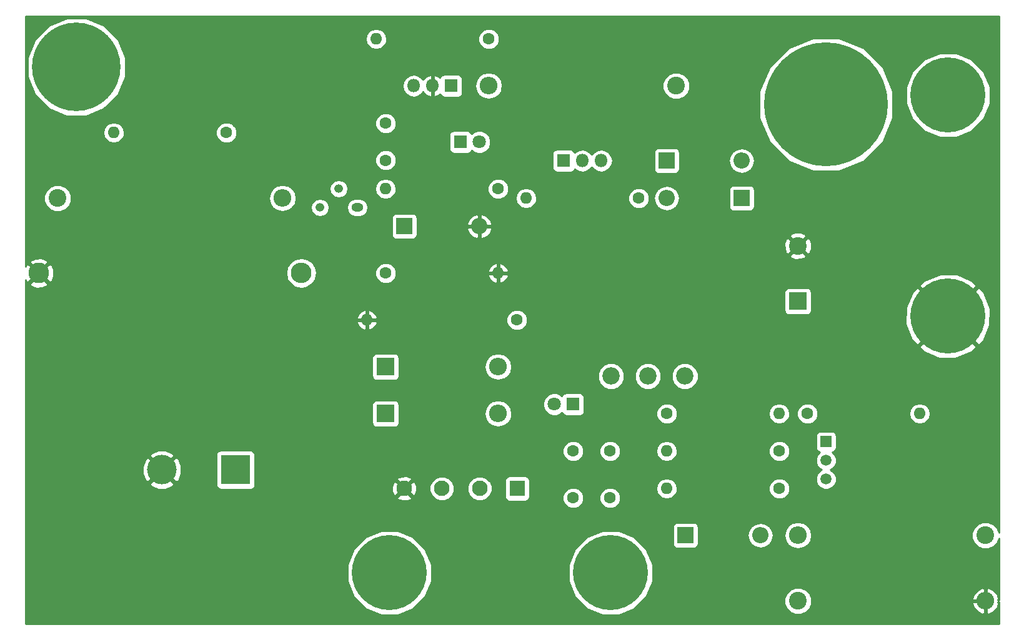
<source format=gbr>
G04 #@! TF.FileFunction,Copper,L4,Bot,Plane*
%FSLAX46Y46*%
G04 Gerber Fmt 4.6, Leading zero omitted, Abs format (unit mm)*
G04 Created by KiCad (PCBNEW 4.0.7) date 06/09/18 23:49:40*
%MOMM*%
%LPD*%
G01*
G04 APERTURE LIST*
%ADD10C,0.100000*%
%ADD11C,1.600000*%
%ADD12R,4.000000X4.000000*%
%ADD13C,4.000000*%
%ADD14R,2.400000X2.400000*%
%ADD15C,2.400000*%
%ADD16R,2.100000X2.100000*%
%ADD17C,2.100000*%
%ADD18O,2.400000X2.400000*%
%ADD19R,1.800000X1.800000*%
%ADD20C,1.800000*%
%ADD21R,2.200000X2.200000*%
%ADD22O,2.200000X2.200000*%
%ADD23C,10.160000*%
%ADD24C,2.800000*%
%ADD25O,2.800000X2.800000*%
%ADD26C,1.520000*%
%ADD27R,1.520000X1.520000*%
%ADD28O,1.600000X1.200000*%
%ADD29O,1.200000X1.200000*%
%ADD30O,1.800000X1.800000*%
%ADD31O,1.600000X1.600000*%
%ADD32C,2.340000*%
%ADD33C,12.000000*%
%ADD34C,0.900000*%
%ADD35C,16.800000*%
%ADD36C,1.100000*%
%ADD37C,0.254000*%
G04 APERTURE END LIST*
D10*
D11*
X143510000Y-120650000D03*
X148510000Y-120650000D03*
D12*
X97790000Y-116840000D03*
D13*
X87790000Y-116840000D03*
D11*
X148510000Y-114300000D03*
X143510000Y-114300000D03*
X118110000Y-69850000D03*
X118110000Y-74850000D03*
D14*
X173990000Y-93980000D03*
D15*
X173990000Y-86480000D03*
D16*
X135950000Y-119380000D03*
D17*
X130850000Y-119380000D03*
X120650000Y-119380000D03*
X125750000Y-119380000D03*
D14*
X118110000Y-102870000D03*
D18*
X133350000Y-102870000D03*
D14*
X118110000Y-109220000D03*
D18*
X133350000Y-109220000D03*
D19*
X143510000Y-107950000D03*
D20*
X140970000Y-107950000D03*
D21*
X120650000Y-83820000D03*
D22*
X130810000Y-83820000D03*
D19*
X128270000Y-72390000D03*
D20*
X130810000Y-72390000D03*
D21*
X158750000Y-125730000D03*
D22*
X168910000Y-125730000D03*
D21*
X166370000Y-80010000D03*
D22*
X156210000Y-80010000D03*
D21*
X156210000Y-74930000D03*
D22*
X166370000Y-74930000D03*
D23*
X118620000Y-130810000D03*
X148590000Y-130810000D03*
X194310000Y-96010000D03*
X194310000Y-66040000D03*
D24*
X71120000Y-90170000D03*
D25*
X106680000Y-90170000D03*
D26*
X177800000Y-115570000D03*
X177800000Y-118110000D03*
D27*
X177800000Y-113030000D03*
D28*
X114300000Y-81280000D03*
D29*
X111760000Y-78740000D03*
X109220000Y-81280000D03*
D19*
X142240000Y-74930000D03*
D30*
X144780000Y-74930000D03*
X147320000Y-74930000D03*
D19*
X127000000Y-64770000D03*
D30*
X124460000Y-64770000D03*
X121920000Y-64770000D03*
D11*
X135890000Y-96520000D03*
D31*
X115570000Y-96520000D03*
D11*
X118110000Y-90170000D03*
D31*
X133350000Y-90170000D03*
D11*
X156210000Y-109220000D03*
D31*
X171450000Y-109220000D03*
D11*
X171450000Y-114300000D03*
D31*
X156210000Y-114300000D03*
D11*
X133350000Y-78740000D03*
D31*
X118110000Y-78740000D03*
D11*
X171450000Y-119380000D03*
D31*
X156210000Y-119380000D03*
D15*
X73660000Y-80010000D03*
D18*
X104140000Y-80010000D03*
D11*
X175260000Y-109220000D03*
D31*
X190500000Y-109220000D03*
D11*
X96520000Y-71120000D03*
D31*
X81280000Y-71120000D03*
D11*
X132080000Y-58420000D03*
D31*
X116840000Y-58420000D03*
D11*
X152400000Y-80010000D03*
D31*
X137160000Y-80010000D03*
D15*
X157480000Y-64770000D03*
D18*
X132080000Y-64770000D03*
D15*
X199390000Y-125730000D03*
D18*
X173990000Y-125730000D03*
D15*
X173990000Y-134620000D03*
D18*
X199390000Y-134620000D03*
D32*
X148670000Y-104140000D03*
X153670000Y-104140000D03*
X158670000Y-104140000D03*
D33*
X76200000Y-62230000D03*
D34*
X80700000Y-62230000D03*
X79381981Y-65411981D03*
X76200000Y-66730000D03*
X73018019Y-65411981D03*
X71700000Y-62230000D03*
X73018019Y-59048019D03*
X76200000Y-57730000D03*
X79381981Y-59048019D03*
D35*
X177800000Y-67310000D03*
D36*
X184100000Y-67310000D03*
X182254773Y-71764773D03*
X177800000Y-73610000D03*
X173345227Y-71764773D03*
X171500000Y-67310000D03*
X173345227Y-62855227D03*
X177800000Y-61010000D03*
X182254773Y-62855227D03*
D37*
G36*
X201220000Y-125353726D02*
X200946545Y-124691914D01*
X200430801Y-124175270D01*
X199756605Y-123895319D01*
X199026597Y-123894682D01*
X198351914Y-124173455D01*
X197835270Y-124689199D01*
X197555319Y-125363395D01*
X197554682Y-126093403D01*
X197833455Y-126768086D01*
X198349199Y-127284730D01*
X199023395Y-127564681D01*
X199753403Y-127565318D01*
X200428086Y-127286545D01*
X200944730Y-126770801D01*
X201220000Y-126107878D01*
X201220000Y-134492998D01*
X201061433Y-134492998D01*
X201178195Y-134208195D01*
X200945642Y-133646742D01*
X200454776Y-133125508D01*
X199801807Y-132831797D01*
X199517000Y-132948142D01*
X199517000Y-134493000D01*
X199537000Y-134493000D01*
X199537000Y-134747000D01*
X199517000Y-134747000D01*
X199517000Y-136291858D01*
X199801807Y-136408203D01*
X200454776Y-136114492D01*
X200945642Y-135593258D01*
X201178195Y-135031805D01*
X201061433Y-134747002D01*
X201220000Y-134747002D01*
X201220000Y-137720000D01*
X69290000Y-137720000D01*
X69290000Y-131941796D01*
X112904011Y-131941796D01*
X113772234Y-134043058D01*
X115378486Y-135652116D01*
X117478229Y-136524005D01*
X119751796Y-136525989D01*
X121853058Y-135657766D01*
X123462116Y-134051514D01*
X124334005Y-131951771D01*
X124334013Y-131941796D01*
X142874011Y-131941796D01*
X143742234Y-134043058D01*
X145348486Y-135652116D01*
X147448229Y-136524005D01*
X149721796Y-136525989D01*
X151823058Y-135657766D01*
X152498599Y-134983403D01*
X172154682Y-134983403D01*
X172433455Y-135658086D01*
X172949199Y-136174730D01*
X173623395Y-136454681D01*
X174353403Y-136455318D01*
X175028086Y-136176545D01*
X175544730Y-135660801D01*
X175805912Y-135031805D01*
X197601805Y-135031805D01*
X197834358Y-135593258D01*
X198325224Y-136114492D01*
X198978193Y-136408203D01*
X199263000Y-136291858D01*
X199263000Y-134747000D01*
X197718568Y-134747000D01*
X197601805Y-135031805D01*
X175805912Y-135031805D01*
X175824681Y-134986605D01*
X175825318Y-134256597D01*
X175805319Y-134208195D01*
X197601805Y-134208195D01*
X197718568Y-134493000D01*
X199263000Y-134493000D01*
X199263000Y-132948142D01*
X198978193Y-132831797D01*
X198325224Y-133125508D01*
X197834358Y-133646742D01*
X197601805Y-134208195D01*
X175805319Y-134208195D01*
X175546545Y-133581914D01*
X175030801Y-133065270D01*
X174356605Y-132785319D01*
X173626597Y-132784682D01*
X172951914Y-133063455D01*
X172435270Y-133579199D01*
X172155319Y-134253395D01*
X172154682Y-134983403D01*
X152498599Y-134983403D01*
X153432116Y-134051514D01*
X154304005Y-131951771D01*
X154305989Y-129678204D01*
X153437766Y-127576942D01*
X151831514Y-125967884D01*
X149731771Y-125095995D01*
X147458204Y-125094011D01*
X145356942Y-125962234D01*
X143747884Y-127568486D01*
X142875995Y-129668229D01*
X142874011Y-131941796D01*
X124334013Y-131941796D01*
X124335989Y-129678204D01*
X123467766Y-127576942D01*
X121861514Y-125967884D01*
X119761771Y-125095995D01*
X117488204Y-125094011D01*
X115386942Y-125962234D01*
X113777884Y-127568486D01*
X112905995Y-129668229D01*
X112904011Y-131941796D01*
X69290000Y-131941796D01*
X69290000Y-124630000D01*
X157002560Y-124630000D01*
X157002560Y-126830000D01*
X157046838Y-127065317D01*
X157185910Y-127281441D01*
X157398110Y-127426431D01*
X157650000Y-127477440D01*
X159850000Y-127477440D01*
X160085317Y-127433162D01*
X160301441Y-127294090D01*
X160446431Y-127081890D01*
X160497440Y-126830000D01*
X160497440Y-125730000D01*
X167141009Y-125730000D01*
X167273078Y-126393956D01*
X167649179Y-126956830D01*
X168212053Y-127332931D01*
X168876009Y-127465000D01*
X168943991Y-127465000D01*
X169607947Y-127332931D01*
X170170821Y-126956830D01*
X170546922Y-126393956D01*
X170678991Y-125730000D01*
X172119050Y-125730000D01*
X172258731Y-126432224D01*
X172656509Y-127027541D01*
X173251826Y-127425319D01*
X173954050Y-127565000D01*
X174025950Y-127565000D01*
X174728174Y-127425319D01*
X175323491Y-127027541D01*
X175721269Y-126432224D01*
X175860950Y-125730000D01*
X175721269Y-125027776D01*
X175323491Y-124432459D01*
X174728174Y-124034681D01*
X174025950Y-123895000D01*
X173954050Y-123895000D01*
X173251826Y-124034681D01*
X172656509Y-124432459D01*
X172258731Y-125027776D01*
X172119050Y-125730000D01*
X170678991Y-125730000D01*
X170546922Y-125066044D01*
X170170821Y-124503170D01*
X169607947Y-124127069D01*
X168943991Y-123995000D01*
X168876009Y-123995000D01*
X168212053Y-124127069D01*
X167649179Y-124503170D01*
X167273078Y-125066044D01*
X167141009Y-125730000D01*
X160497440Y-125730000D01*
X160497440Y-124630000D01*
X160453162Y-124394683D01*
X160314090Y-124178559D01*
X160101890Y-124033569D01*
X159850000Y-123982560D01*
X157650000Y-123982560D01*
X157414683Y-124026838D01*
X157198559Y-124165910D01*
X157053569Y-124378110D01*
X157002560Y-124630000D01*
X69290000Y-124630000D01*
X69290000Y-120568703D01*
X119640902Y-120568703D01*
X119745687Y-120840745D01*
X120373526Y-121075619D01*
X121043456Y-121052349D01*
X121554313Y-120840745D01*
X121659098Y-120568703D01*
X120650000Y-119559605D01*
X119640902Y-120568703D01*
X69290000Y-120568703D01*
X69290000Y-118715022D01*
X86094584Y-118715022D01*
X86315353Y-119085743D01*
X87287012Y-119479119D01*
X88335247Y-119470713D01*
X89264647Y-119085743D01*
X89485416Y-118715022D01*
X87790000Y-117019605D01*
X86094584Y-118715022D01*
X69290000Y-118715022D01*
X69290000Y-116337012D01*
X85150881Y-116337012D01*
X85159287Y-117385247D01*
X85544257Y-118314647D01*
X85914978Y-118535416D01*
X87610395Y-116840000D01*
X87969605Y-116840000D01*
X89665022Y-118535416D01*
X90035743Y-118314647D01*
X90429119Y-117342988D01*
X90420713Y-116294753D01*
X90035743Y-115365353D01*
X89665022Y-115144584D01*
X87969605Y-116840000D01*
X87610395Y-116840000D01*
X85914978Y-115144584D01*
X85544257Y-115365353D01*
X85150881Y-116337012D01*
X69290000Y-116337012D01*
X69290000Y-114964978D01*
X86094584Y-114964978D01*
X87790000Y-116660395D01*
X89485416Y-114964978D01*
X89410991Y-114840000D01*
X95142560Y-114840000D01*
X95142560Y-118840000D01*
X95186838Y-119075317D01*
X95325910Y-119291441D01*
X95538110Y-119436431D01*
X95790000Y-119487440D01*
X99790000Y-119487440D01*
X100025317Y-119443162D01*
X100241441Y-119304090D01*
X100378480Y-119103526D01*
X118954381Y-119103526D01*
X118977651Y-119773456D01*
X119189255Y-120284313D01*
X119461297Y-120389098D01*
X120470395Y-119380000D01*
X120829605Y-119380000D01*
X121838703Y-120389098D01*
X122110745Y-120284313D01*
X122324211Y-119713697D01*
X124064708Y-119713697D01*
X124320694Y-120333229D01*
X124794278Y-120807640D01*
X125413362Y-121064707D01*
X126083697Y-121065292D01*
X126703229Y-120809306D01*
X127177640Y-120335722D01*
X127434707Y-119716638D01*
X127434709Y-119713697D01*
X129164708Y-119713697D01*
X129420694Y-120333229D01*
X129894278Y-120807640D01*
X130513362Y-121064707D01*
X131183697Y-121065292D01*
X131803229Y-120809306D01*
X132277640Y-120335722D01*
X132534707Y-119716638D01*
X132535292Y-119046303D01*
X132279306Y-118426771D01*
X132182704Y-118330000D01*
X134252560Y-118330000D01*
X134252560Y-120430000D01*
X134296838Y-120665317D01*
X134435910Y-120881441D01*
X134648110Y-121026431D01*
X134900000Y-121077440D01*
X137000000Y-121077440D01*
X137235317Y-121033162D01*
X137389128Y-120934187D01*
X142074752Y-120934187D01*
X142292757Y-121461800D01*
X142696077Y-121865824D01*
X143223309Y-122084750D01*
X143794187Y-122085248D01*
X144321800Y-121867243D01*
X144725824Y-121463923D01*
X144944750Y-120936691D01*
X144944752Y-120934187D01*
X147074752Y-120934187D01*
X147292757Y-121461800D01*
X147696077Y-121865824D01*
X148223309Y-122084750D01*
X148794187Y-122085248D01*
X149321800Y-121867243D01*
X149725824Y-121463923D01*
X149944750Y-120936691D01*
X149945248Y-120365813D01*
X149727243Y-119838200D01*
X149323923Y-119434176D01*
X149193453Y-119380000D01*
X154746887Y-119380000D01*
X154856120Y-119929151D01*
X155167189Y-120394698D01*
X155632736Y-120705767D01*
X156181887Y-120815000D01*
X156238113Y-120815000D01*
X156787264Y-120705767D01*
X157252811Y-120394698D01*
X157563880Y-119929151D01*
X157616584Y-119664187D01*
X170014752Y-119664187D01*
X170232757Y-120191800D01*
X170636077Y-120595824D01*
X171163309Y-120814750D01*
X171734187Y-120815248D01*
X172261800Y-120597243D01*
X172665824Y-120193923D01*
X172884750Y-119666691D01*
X172885248Y-119095813D01*
X172667243Y-118568200D01*
X172263923Y-118164176D01*
X171736691Y-117945250D01*
X171165813Y-117944752D01*
X170638200Y-118162757D01*
X170234176Y-118566077D01*
X170015250Y-119093309D01*
X170014752Y-119664187D01*
X157616584Y-119664187D01*
X157673113Y-119380000D01*
X157563880Y-118830849D01*
X157252811Y-118365302D01*
X156787264Y-118054233D01*
X156238113Y-117945000D01*
X156181887Y-117945000D01*
X155632736Y-118054233D01*
X155167189Y-118365302D01*
X154856120Y-118830849D01*
X154746887Y-119380000D01*
X149193453Y-119380000D01*
X148796691Y-119215250D01*
X148225813Y-119214752D01*
X147698200Y-119432757D01*
X147294176Y-119836077D01*
X147075250Y-120363309D01*
X147074752Y-120934187D01*
X144944752Y-120934187D01*
X144945248Y-120365813D01*
X144727243Y-119838200D01*
X144323923Y-119434176D01*
X143796691Y-119215250D01*
X143225813Y-119214752D01*
X142698200Y-119432757D01*
X142294176Y-119836077D01*
X142075250Y-120363309D01*
X142074752Y-120934187D01*
X137389128Y-120934187D01*
X137451441Y-120894090D01*
X137596431Y-120681890D01*
X137647440Y-120430000D01*
X137647440Y-118330000D01*
X137603162Y-118094683D01*
X137464090Y-117878559D01*
X137251890Y-117733569D01*
X137000000Y-117682560D01*
X134900000Y-117682560D01*
X134664683Y-117726838D01*
X134448559Y-117865910D01*
X134303569Y-118078110D01*
X134252560Y-118330000D01*
X132182704Y-118330000D01*
X131805722Y-117952360D01*
X131186638Y-117695293D01*
X130516303Y-117694708D01*
X129896771Y-117950694D01*
X129422360Y-118424278D01*
X129165293Y-119043362D01*
X129164708Y-119713697D01*
X127434709Y-119713697D01*
X127435292Y-119046303D01*
X127179306Y-118426771D01*
X126705722Y-117952360D01*
X126086638Y-117695293D01*
X125416303Y-117694708D01*
X124796771Y-117950694D01*
X124322360Y-118424278D01*
X124065293Y-119043362D01*
X124064708Y-119713697D01*
X122324211Y-119713697D01*
X122345619Y-119656474D01*
X122322349Y-118986544D01*
X122110745Y-118475687D01*
X121838703Y-118370902D01*
X120829605Y-119380000D01*
X120470395Y-119380000D01*
X119461297Y-118370902D01*
X119189255Y-118475687D01*
X118954381Y-119103526D01*
X100378480Y-119103526D01*
X100386431Y-119091890D01*
X100437440Y-118840000D01*
X100437440Y-118191297D01*
X119640902Y-118191297D01*
X120650000Y-119200395D01*
X121659098Y-118191297D01*
X121554313Y-117919255D01*
X120926474Y-117684381D01*
X120256544Y-117707651D01*
X119745687Y-117919255D01*
X119640902Y-118191297D01*
X100437440Y-118191297D01*
X100437440Y-114840000D01*
X100393162Y-114604683D01*
X100379974Y-114584187D01*
X142074752Y-114584187D01*
X142292757Y-115111800D01*
X142696077Y-115515824D01*
X143223309Y-115734750D01*
X143794187Y-115735248D01*
X144321800Y-115517243D01*
X144725824Y-115113923D01*
X144944750Y-114586691D01*
X144944752Y-114584187D01*
X147074752Y-114584187D01*
X147292757Y-115111800D01*
X147696077Y-115515824D01*
X148223309Y-115734750D01*
X148794187Y-115735248D01*
X149321800Y-115517243D01*
X149725824Y-115113923D01*
X149944750Y-114586691D01*
X149945000Y-114300000D01*
X154746887Y-114300000D01*
X154856120Y-114849151D01*
X155167189Y-115314698D01*
X155632736Y-115625767D01*
X156181887Y-115735000D01*
X156238113Y-115735000D01*
X156787264Y-115625767D01*
X157252811Y-115314698D01*
X157563880Y-114849151D01*
X157616584Y-114584187D01*
X170014752Y-114584187D01*
X170232757Y-115111800D01*
X170636077Y-115515824D01*
X171163309Y-115734750D01*
X171734187Y-115735248D01*
X172261800Y-115517243D01*
X172665824Y-115113923D01*
X172884750Y-114586691D01*
X172885248Y-114015813D01*
X172667243Y-113488200D01*
X172263923Y-113084176D01*
X171736691Y-112865250D01*
X171165813Y-112864752D01*
X170638200Y-113082757D01*
X170234176Y-113486077D01*
X170015250Y-114013309D01*
X170014752Y-114584187D01*
X157616584Y-114584187D01*
X157673113Y-114300000D01*
X157563880Y-113750849D01*
X157252811Y-113285302D01*
X156787264Y-112974233D01*
X156238113Y-112865000D01*
X156181887Y-112865000D01*
X155632736Y-112974233D01*
X155167189Y-113285302D01*
X154856120Y-113750849D01*
X154746887Y-114300000D01*
X149945000Y-114300000D01*
X149945248Y-114015813D01*
X149727243Y-113488200D01*
X149323923Y-113084176D01*
X148796691Y-112865250D01*
X148225813Y-112864752D01*
X147698200Y-113082757D01*
X147294176Y-113486077D01*
X147075250Y-114013309D01*
X147074752Y-114584187D01*
X144944752Y-114584187D01*
X144945248Y-114015813D01*
X144727243Y-113488200D01*
X144323923Y-113084176D01*
X143796691Y-112865250D01*
X143225813Y-112864752D01*
X142698200Y-113082757D01*
X142294176Y-113486077D01*
X142075250Y-114013309D01*
X142074752Y-114584187D01*
X100379974Y-114584187D01*
X100254090Y-114388559D01*
X100041890Y-114243569D01*
X99790000Y-114192560D01*
X95790000Y-114192560D01*
X95554683Y-114236838D01*
X95338559Y-114375910D01*
X95193569Y-114588110D01*
X95142560Y-114840000D01*
X89410991Y-114840000D01*
X89264647Y-114594257D01*
X88292988Y-114200881D01*
X87244753Y-114209287D01*
X86315353Y-114594257D01*
X86094584Y-114964978D01*
X69290000Y-114964978D01*
X69290000Y-112270000D01*
X176392560Y-112270000D01*
X176392560Y-113790000D01*
X176436838Y-114025317D01*
X176575910Y-114241441D01*
X176788110Y-114386431D01*
X176973480Y-114423969D01*
X176618066Y-114778764D01*
X176405242Y-115291300D01*
X176404758Y-115846265D01*
X176616687Y-116359172D01*
X177008764Y-116751934D01*
X177220738Y-116839954D01*
X177010828Y-116926687D01*
X176618066Y-117318764D01*
X176405242Y-117831300D01*
X176404758Y-118386265D01*
X176616687Y-118899172D01*
X177008764Y-119291934D01*
X177521300Y-119504758D01*
X178076265Y-119505242D01*
X178589172Y-119293313D01*
X178981934Y-118901236D01*
X179194758Y-118388700D01*
X179195242Y-117833735D01*
X178983313Y-117320828D01*
X178591236Y-116928066D01*
X178379262Y-116840046D01*
X178589172Y-116753313D01*
X178981934Y-116361236D01*
X179194758Y-115848700D01*
X179195242Y-115293735D01*
X178983313Y-114780828D01*
X178627790Y-114424684D01*
X178795317Y-114393162D01*
X179011441Y-114254090D01*
X179156431Y-114041890D01*
X179207440Y-113790000D01*
X179207440Y-112270000D01*
X179163162Y-112034683D01*
X179024090Y-111818559D01*
X178811890Y-111673569D01*
X178560000Y-111622560D01*
X177040000Y-111622560D01*
X176804683Y-111666838D01*
X176588559Y-111805910D01*
X176443569Y-112018110D01*
X176392560Y-112270000D01*
X69290000Y-112270000D01*
X69290000Y-108020000D01*
X116262560Y-108020000D01*
X116262560Y-110420000D01*
X116306838Y-110655317D01*
X116445910Y-110871441D01*
X116658110Y-111016431D01*
X116910000Y-111067440D01*
X119310000Y-111067440D01*
X119545317Y-111023162D01*
X119761441Y-110884090D01*
X119906431Y-110671890D01*
X119957440Y-110420000D01*
X119957440Y-109220000D01*
X131479050Y-109220000D01*
X131618731Y-109922224D01*
X132016509Y-110517541D01*
X132611826Y-110915319D01*
X133314050Y-111055000D01*
X133385950Y-111055000D01*
X134088174Y-110915319D01*
X134683491Y-110517541D01*
X135081269Y-109922224D01*
X135164421Y-109504187D01*
X154774752Y-109504187D01*
X154992757Y-110031800D01*
X155396077Y-110435824D01*
X155923309Y-110654750D01*
X156494187Y-110655248D01*
X157021800Y-110437243D01*
X157425824Y-110033923D01*
X157644750Y-109506691D01*
X157645000Y-109220000D01*
X169986887Y-109220000D01*
X170096120Y-109769151D01*
X170407189Y-110234698D01*
X170872736Y-110545767D01*
X171421887Y-110655000D01*
X171478113Y-110655000D01*
X172027264Y-110545767D01*
X172492811Y-110234698D01*
X172803880Y-109769151D01*
X172856584Y-109504187D01*
X173824752Y-109504187D01*
X174042757Y-110031800D01*
X174446077Y-110435824D01*
X174973309Y-110654750D01*
X175544187Y-110655248D01*
X176071800Y-110437243D01*
X176475824Y-110033923D01*
X176694750Y-109506691D01*
X176695000Y-109220000D01*
X189036887Y-109220000D01*
X189146120Y-109769151D01*
X189457189Y-110234698D01*
X189922736Y-110545767D01*
X190471887Y-110655000D01*
X190528113Y-110655000D01*
X191077264Y-110545767D01*
X191542811Y-110234698D01*
X191853880Y-109769151D01*
X191963113Y-109220000D01*
X191853880Y-108670849D01*
X191542811Y-108205302D01*
X191077264Y-107894233D01*
X190528113Y-107785000D01*
X190471887Y-107785000D01*
X189922736Y-107894233D01*
X189457189Y-108205302D01*
X189146120Y-108670849D01*
X189036887Y-109220000D01*
X176695000Y-109220000D01*
X176695248Y-108935813D01*
X176477243Y-108408200D01*
X176073923Y-108004176D01*
X175546691Y-107785250D01*
X174975813Y-107784752D01*
X174448200Y-108002757D01*
X174044176Y-108406077D01*
X173825250Y-108933309D01*
X173824752Y-109504187D01*
X172856584Y-109504187D01*
X172913113Y-109220000D01*
X172803880Y-108670849D01*
X172492811Y-108205302D01*
X172027264Y-107894233D01*
X171478113Y-107785000D01*
X171421887Y-107785000D01*
X170872736Y-107894233D01*
X170407189Y-108205302D01*
X170096120Y-108670849D01*
X169986887Y-109220000D01*
X157645000Y-109220000D01*
X157645248Y-108935813D01*
X157427243Y-108408200D01*
X157023923Y-108004176D01*
X156496691Y-107785250D01*
X155925813Y-107784752D01*
X155398200Y-108002757D01*
X154994176Y-108406077D01*
X154775250Y-108933309D01*
X154774752Y-109504187D01*
X135164421Y-109504187D01*
X135220950Y-109220000D01*
X135081269Y-108517776D01*
X134905014Y-108253991D01*
X139434735Y-108253991D01*
X139667932Y-108818371D01*
X140099357Y-109250551D01*
X140663330Y-109484733D01*
X141273991Y-109485265D01*
X141838371Y-109252068D01*
X142006613Y-109084120D01*
X142006838Y-109085317D01*
X142145910Y-109301441D01*
X142358110Y-109446431D01*
X142610000Y-109497440D01*
X144410000Y-109497440D01*
X144645317Y-109453162D01*
X144861441Y-109314090D01*
X145006431Y-109101890D01*
X145057440Y-108850000D01*
X145057440Y-107050000D01*
X145013162Y-106814683D01*
X144874090Y-106598559D01*
X144661890Y-106453569D01*
X144410000Y-106402560D01*
X142610000Y-106402560D01*
X142374683Y-106446838D01*
X142158559Y-106585910D01*
X142013569Y-106798110D01*
X142009433Y-106818534D01*
X141840643Y-106649449D01*
X141276670Y-106415267D01*
X140666009Y-106414735D01*
X140101629Y-106647932D01*
X139669449Y-107079357D01*
X139435267Y-107643330D01*
X139434735Y-108253991D01*
X134905014Y-108253991D01*
X134683491Y-107922459D01*
X134088174Y-107524681D01*
X133385950Y-107385000D01*
X133314050Y-107385000D01*
X132611826Y-107524681D01*
X132016509Y-107922459D01*
X131618731Y-108517776D01*
X131479050Y-109220000D01*
X119957440Y-109220000D01*
X119957440Y-108020000D01*
X119913162Y-107784683D01*
X119774090Y-107568559D01*
X119561890Y-107423569D01*
X119310000Y-107372560D01*
X116910000Y-107372560D01*
X116674683Y-107416838D01*
X116458559Y-107555910D01*
X116313569Y-107768110D01*
X116262560Y-108020000D01*
X69290000Y-108020000D01*
X69290000Y-101670000D01*
X116262560Y-101670000D01*
X116262560Y-104070000D01*
X116306838Y-104305317D01*
X116445910Y-104521441D01*
X116658110Y-104666431D01*
X116910000Y-104717440D01*
X119310000Y-104717440D01*
X119545317Y-104673162D01*
X119761441Y-104534090D01*
X119906431Y-104321890D01*
X119957440Y-104070000D01*
X119957440Y-102870000D01*
X131479050Y-102870000D01*
X131618731Y-103572224D01*
X132016509Y-104167541D01*
X132611826Y-104565319D01*
X133314050Y-104705000D01*
X133385950Y-104705000D01*
X134088174Y-104565319D01*
X134189729Y-104497462D01*
X146864687Y-104497462D01*
X147138903Y-105161115D01*
X147646215Y-105669312D01*
X148309388Y-105944686D01*
X149027462Y-105945313D01*
X149691115Y-105671097D01*
X150199312Y-105163785D01*
X150474686Y-104500612D01*
X150474688Y-104497462D01*
X151864687Y-104497462D01*
X152138903Y-105161115D01*
X152646215Y-105669312D01*
X153309388Y-105944686D01*
X154027462Y-105945313D01*
X154691115Y-105671097D01*
X155199312Y-105163785D01*
X155474686Y-104500612D01*
X155474688Y-104497462D01*
X156864687Y-104497462D01*
X157138903Y-105161115D01*
X157646215Y-105669312D01*
X158309388Y-105944686D01*
X159027462Y-105945313D01*
X159691115Y-105671097D01*
X160199312Y-105163785D01*
X160474686Y-104500612D01*
X160475313Y-103782538D01*
X160201097Y-103118885D01*
X159693785Y-102610688D01*
X159030612Y-102335314D01*
X158312538Y-102334687D01*
X157648885Y-102608903D01*
X157140688Y-103116215D01*
X156865314Y-103779388D01*
X156864687Y-104497462D01*
X155474688Y-104497462D01*
X155475313Y-103782538D01*
X155201097Y-103118885D01*
X154693785Y-102610688D01*
X154030612Y-102335314D01*
X153312538Y-102334687D01*
X152648885Y-102608903D01*
X152140688Y-103116215D01*
X151865314Y-103779388D01*
X151864687Y-104497462D01*
X150474688Y-104497462D01*
X150475313Y-103782538D01*
X150201097Y-103118885D01*
X149693785Y-102610688D01*
X149030612Y-102335314D01*
X148312538Y-102334687D01*
X147648885Y-102608903D01*
X147140688Y-103116215D01*
X146865314Y-103779388D01*
X146864687Y-104497462D01*
X134189729Y-104497462D01*
X134683491Y-104167541D01*
X135081269Y-103572224D01*
X135220950Y-102870000D01*
X135081269Y-102167776D01*
X134683491Y-101572459D01*
X134088174Y-101174681D01*
X133385950Y-101035000D01*
X133314050Y-101035000D01*
X132611826Y-101174681D01*
X132016509Y-101572459D01*
X131618731Y-102167776D01*
X131479050Y-102870000D01*
X119957440Y-102870000D01*
X119957440Y-101670000D01*
X119913162Y-101434683D01*
X119774090Y-101218559D01*
X119561890Y-101073569D01*
X119310000Y-101022560D01*
X116910000Y-101022560D01*
X116674683Y-101066838D01*
X116458559Y-101205910D01*
X116313569Y-101418110D01*
X116262560Y-101670000D01*
X69290000Y-101670000D01*
X69290000Y-100106828D01*
X190392777Y-100106828D01*
X190988556Y-100797641D01*
X193073537Y-101704265D01*
X195346758Y-101743989D01*
X197462142Y-100910765D01*
X197631444Y-100797641D01*
X198227223Y-100106828D01*
X194310000Y-96189605D01*
X190392777Y-100106828D01*
X69290000Y-100106828D01*
X69290000Y-96869039D01*
X114178096Y-96869039D01*
X114338959Y-97257423D01*
X114714866Y-97672389D01*
X115220959Y-97911914D01*
X115443000Y-97790629D01*
X115443000Y-96647000D01*
X115697000Y-96647000D01*
X115697000Y-97790629D01*
X115919041Y-97911914D01*
X116425134Y-97672389D01*
X116801041Y-97257423D01*
X116961904Y-96869039D01*
X116926275Y-96804187D01*
X134454752Y-96804187D01*
X134672757Y-97331800D01*
X135076077Y-97735824D01*
X135603309Y-97954750D01*
X136174187Y-97955248D01*
X136701800Y-97737243D01*
X137105824Y-97333923D01*
X137225065Y-97046758D01*
X188576011Y-97046758D01*
X189409235Y-99162142D01*
X189522359Y-99331444D01*
X190213172Y-99927223D01*
X194130395Y-96010000D01*
X194489605Y-96010000D01*
X198406828Y-99927223D01*
X199097641Y-99331444D01*
X200004265Y-97246463D01*
X200043989Y-94973242D01*
X199210765Y-92857858D01*
X199097641Y-92688556D01*
X198406828Y-92092777D01*
X194489605Y-96010000D01*
X194130395Y-96010000D01*
X190213172Y-92092777D01*
X189522359Y-92688556D01*
X188615735Y-94773537D01*
X188576011Y-97046758D01*
X137225065Y-97046758D01*
X137324750Y-96806691D01*
X137325248Y-96235813D01*
X137107243Y-95708200D01*
X136703923Y-95304176D01*
X136176691Y-95085250D01*
X135605813Y-95084752D01*
X135078200Y-95302757D01*
X134674176Y-95706077D01*
X134455250Y-96233309D01*
X134454752Y-96804187D01*
X116926275Y-96804187D01*
X116839915Y-96647000D01*
X115697000Y-96647000D01*
X115443000Y-96647000D01*
X114300085Y-96647000D01*
X114178096Y-96869039D01*
X69290000Y-96869039D01*
X69290000Y-96170961D01*
X114178096Y-96170961D01*
X114300085Y-96393000D01*
X115443000Y-96393000D01*
X115443000Y-95249371D01*
X115697000Y-95249371D01*
X115697000Y-96393000D01*
X116839915Y-96393000D01*
X116961904Y-96170961D01*
X116801041Y-95782577D01*
X116425134Y-95367611D01*
X115919041Y-95128086D01*
X115697000Y-95249371D01*
X115443000Y-95249371D01*
X115220959Y-95128086D01*
X114714866Y-95367611D01*
X114338959Y-95782577D01*
X114178096Y-96170961D01*
X69290000Y-96170961D01*
X69290000Y-92780000D01*
X172142560Y-92780000D01*
X172142560Y-95180000D01*
X172186838Y-95415317D01*
X172325910Y-95631441D01*
X172538110Y-95776431D01*
X172790000Y-95827440D01*
X175190000Y-95827440D01*
X175425317Y-95783162D01*
X175641441Y-95644090D01*
X175786431Y-95431890D01*
X175837440Y-95180000D01*
X175837440Y-92780000D01*
X175793162Y-92544683D01*
X175654090Y-92328559D01*
X175441890Y-92183569D01*
X175190000Y-92132560D01*
X172790000Y-92132560D01*
X172554683Y-92176838D01*
X172338559Y-92315910D01*
X172193569Y-92528110D01*
X172142560Y-92780000D01*
X69290000Y-92780000D01*
X69290000Y-91611724D01*
X69857882Y-91611724D01*
X70005455Y-91920106D01*
X70760031Y-92213405D01*
X71569409Y-92195614D01*
X72234545Y-91920106D01*
X72382118Y-91611724D01*
X71120000Y-90349605D01*
X69857882Y-91611724D01*
X69290000Y-91611724D01*
X69290000Y-91091664D01*
X69369894Y-91284545D01*
X69678276Y-91432118D01*
X70940395Y-90170000D01*
X71299605Y-90170000D01*
X72561724Y-91432118D01*
X72870106Y-91284545D01*
X73163405Y-90529969D01*
X73155493Y-90170000D01*
X104605132Y-90170000D01*
X104760037Y-90948761D01*
X105201170Y-91608962D01*
X105861371Y-92050095D01*
X106640132Y-92205000D01*
X106719868Y-92205000D01*
X107498629Y-92050095D01*
X107703548Y-91913172D01*
X190392777Y-91913172D01*
X194310000Y-95830395D01*
X198227223Y-91913172D01*
X197631444Y-91222359D01*
X195546463Y-90315735D01*
X193273242Y-90276011D01*
X191157858Y-91109235D01*
X190988556Y-91222359D01*
X190392777Y-91913172D01*
X107703548Y-91913172D01*
X108158830Y-91608962D01*
X108599963Y-90948761D01*
X108698339Y-90454187D01*
X116674752Y-90454187D01*
X116892757Y-90981800D01*
X117296077Y-91385824D01*
X117823309Y-91604750D01*
X118394187Y-91605248D01*
X118921800Y-91387243D01*
X119325824Y-90983923D01*
X119518860Y-90519039D01*
X131958096Y-90519039D01*
X132118959Y-90907423D01*
X132494866Y-91322389D01*
X133000959Y-91561914D01*
X133223000Y-91440629D01*
X133223000Y-90297000D01*
X133477000Y-90297000D01*
X133477000Y-91440629D01*
X133699041Y-91561914D01*
X134205134Y-91322389D01*
X134581041Y-90907423D01*
X134741904Y-90519039D01*
X134619915Y-90297000D01*
X133477000Y-90297000D01*
X133223000Y-90297000D01*
X132080085Y-90297000D01*
X131958096Y-90519039D01*
X119518860Y-90519039D01*
X119544750Y-90456691D01*
X119545248Y-89885813D01*
X119518452Y-89820961D01*
X131958096Y-89820961D01*
X132080085Y-90043000D01*
X133223000Y-90043000D01*
X133223000Y-88899371D01*
X133477000Y-88899371D01*
X133477000Y-90043000D01*
X134619915Y-90043000D01*
X134741904Y-89820961D01*
X134581041Y-89432577D01*
X134205134Y-89017611D01*
X133699041Y-88778086D01*
X133477000Y-88899371D01*
X133223000Y-88899371D01*
X133000959Y-88778086D01*
X132494866Y-89017611D01*
X132118959Y-89432577D01*
X131958096Y-89820961D01*
X119518452Y-89820961D01*
X119327243Y-89358200D01*
X118923923Y-88954176D01*
X118396691Y-88735250D01*
X117825813Y-88734752D01*
X117298200Y-88952757D01*
X116894176Y-89356077D01*
X116675250Y-89883309D01*
X116674752Y-90454187D01*
X108698339Y-90454187D01*
X108754868Y-90170000D01*
X108599963Y-89391239D01*
X108158830Y-88731038D01*
X107498629Y-88289905D01*
X106719868Y-88135000D01*
X106640132Y-88135000D01*
X105861371Y-88289905D01*
X105201170Y-88731038D01*
X104760037Y-89391239D01*
X104605132Y-90170000D01*
X73155493Y-90170000D01*
X73145614Y-89720591D01*
X72870106Y-89055455D01*
X72561724Y-88907882D01*
X71299605Y-90170000D01*
X70940395Y-90170000D01*
X69678276Y-88907882D01*
X69369894Y-89055455D01*
X69290000Y-89261000D01*
X69290000Y-88728276D01*
X69857882Y-88728276D01*
X71120000Y-89990395D01*
X72382118Y-88728276D01*
X72234545Y-88419894D01*
X71479969Y-88126595D01*
X70670591Y-88144386D01*
X70005455Y-88419894D01*
X69857882Y-88728276D01*
X69290000Y-88728276D01*
X69290000Y-87777175D01*
X172872430Y-87777175D01*
X172995565Y-88064788D01*
X173677734Y-88324707D01*
X174407443Y-88303786D01*
X174984435Y-88064788D01*
X175107570Y-87777175D01*
X173990000Y-86659605D01*
X172872430Y-87777175D01*
X69290000Y-87777175D01*
X69290000Y-86167734D01*
X172145293Y-86167734D01*
X172166214Y-86897443D01*
X172405212Y-87474435D01*
X172692825Y-87597570D01*
X173810395Y-86480000D01*
X174169605Y-86480000D01*
X175287175Y-87597570D01*
X175574788Y-87474435D01*
X175834707Y-86792266D01*
X175813786Y-86062557D01*
X175574788Y-85485565D01*
X175287175Y-85362430D01*
X174169605Y-86480000D01*
X173810395Y-86480000D01*
X172692825Y-85362430D01*
X172405212Y-85485565D01*
X172145293Y-86167734D01*
X69290000Y-86167734D01*
X69290000Y-82720000D01*
X118902560Y-82720000D01*
X118902560Y-84920000D01*
X118946838Y-85155317D01*
X119085910Y-85371441D01*
X119298110Y-85516431D01*
X119550000Y-85567440D01*
X121750000Y-85567440D01*
X121985317Y-85523162D01*
X122201441Y-85384090D01*
X122346431Y-85171890D01*
X122397440Y-84920000D01*
X122397440Y-84216122D01*
X129120825Y-84216122D01*
X129335466Y-84734332D01*
X129797608Y-85229012D01*
X130413877Y-85509183D01*
X130683000Y-85391604D01*
X130683000Y-83947000D01*
X130937000Y-83947000D01*
X130937000Y-85391604D01*
X131206123Y-85509183D01*
X131822392Y-85229012D01*
X131865541Y-85182825D01*
X172872430Y-85182825D01*
X173990000Y-86300395D01*
X175107570Y-85182825D01*
X174984435Y-84895212D01*
X174302266Y-84635293D01*
X173572557Y-84656214D01*
X172995565Y-84895212D01*
X172872430Y-85182825D01*
X131865541Y-85182825D01*
X132284534Y-84734332D01*
X132499175Y-84216122D01*
X132381125Y-83947000D01*
X130937000Y-83947000D01*
X130683000Y-83947000D01*
X129238875Y-83947000D01*
X129120825Y-84216122D01*
X122397440Y-84216122D01*
X122397440Y-83423878D01*
X129120825Y-83423878D01*
X129238875Y-83693000D01*
X130683000Y-83693000D01*
X130683000Y-82248396D01*
X130937000Y-82248396D01*
X130937000Y-83693000D01*
X132381125Y-83693000D01*
X132499175Y-83423878D01*
X132284534Y-82905668D01*
X131822392Y-82410988D01*
X131206123Y-82130817D01*
X130937000Y-82248396D01*
X130683000Y-82248396D01*
X130413877Y-82130817D01*
X129797608Y-82410988D01*
X129335466Y-82905668D01*
X129120825Y-83423878D01*
X122397440Y-83423878D01*
X122397440Y-82720000D01*
X122353162Y-82484683D01*
X122214090Y-82268559D01*
X122001890Y-82123569D01*
X121750000Y-82072560D01*
X119550000Y-82072560D01*
X119314683Y-82116838D01*
X119098559Y-82255910D01*
X118953569Y-82468110D01*
X118902560Y-82720000D01*
X69290000Y-82720000D01*
X69290000Y-80373403D01*
X71824682Y-80373403D01*
X72103455Y-81048086D01*
X72619199Y-81564730D01*
X73293395Y-81844681D01*
X74023403Y-81845318D01*
X74698086Y-81566545D01*
X75214730Y-81050801D01*
X75494681Y-80376605D01*
X75495000Y-80010000D01*
X102269050Y-80010000D01*
X102408731Y-80712224D01*
X102806509Y-81307541D01*
X103401826Y-81705319D01*
X104104050Y-81845000D01*
X104175950Y-81845000D01*
X104878174Y-81705319D01*
X105473491Y-81307541D01*
X105491893Y-81280000D01*
X107960805Y-81280000D01*
X108054814Y-81752614D01*
X108322528Y-82153277D01*
X108723191Y-82420991D01*
X109195805Y-82515000D01*
X109244195Y-82515000D01*
X109716809Y-82420991D01*
X110117472Y-82153277D01*
X110385186Y-81752614D01*
X110479195Y-81280000D01*
X112836887Y-81280000D01*
X112930896Y-81752614D01*
X113198610Y-82153277D01*
X113599273Y-82420991D01*
X114071887Y-82515000D01*
X114528113Y-82515000D01*
X115000727Y-82420991D01*
X115401390Y-82153277D01*
X115669104Y-81752614D01*
X115763113Y-81280000D01*
X115669104Y-80807386D01*
X115401390Y-80406723D01*
X115000727Y-80139009D01*
X114528113Y-80045000D01*
X114071887Y-80045000D01*
X113599273Y-80139009D01*
X113198610Y-80406723D01*
X112930896Y-80807386D01*
X112836887Y-81280000D01*
X110479195Y-81280000D01*
X110385186Y-80807386D01*
X110117472Y-80406723D01*
X109716809Y-80139009D01*
X109244195Y-80045000D01*
X109195805Y-80045000D01*
X108723191Y-80139009D01*
X108322528Y-80406723D01*
X108054814Y-80807386D01*
X107960805Y-81280000D01*
X105491893Y-81280000D01*
X105871269Y-80712224D01*
X106010950Y-80010000D01*
X105871269Y-79307776D01*
X105491894Y-78740000D01*
X110500805Y-78740000D01*
X110594814Y-79212614D01*
X110862528Y-79613277D01*
X111263191Y-79880991D01*
X111735805Y-79975000D01*
X111784195Y-79975000D01*
X112256809Y-79880991D01*
X112657472Y-79613277D01*
X112925186Y-79212614D01*
X113019195Y-78740000D01*
X116646887Y-78740000D01*
X116756120Y-79289151D01*
X117067189Y-79754698D01*
X117532736Y-80065767D01*
X118081887Y-80175000D01*
X118138113Y-80175000D01*
X118687264Y-80065767D01*
X119152811Y-79754698D01*
X119463880Y-79289151D01*
X119516584Y-79024187D01*
X131914752Y-79024187D01*
X132132757Y-79551800D01*
X132536077Y-79955824D01*
X133063309Y-80174750D01*
X133634187Y-80175248D01*
X134034118Y-80010000D01*
X135696887Y-80010000D01*
X135806120Y-80559151D01*
X136117189Y-81024698D01*
X136582736Y-81335767D01*
X137131887Y-81445000D01*
X137188113Y-81445000D01*
X137737264Y-81335767D01*
X138202811Y-81024698D01*
X138513880Y-80559151D01*
X138566584Y-80294187D01*
X150964752Y-80294187D01*
X151182757Y-80821800D01*
X151586077Y-81225824D01*
X152113309Y-81444750D01*
X152684187Y-81445248D01*
X153211800Y-81227243D01*
X153615824Y-80823923D01*
X153834750Y-80296691D01*
X153835000Y-80010000D01*
X154441009Y-80010000D01*
X154573078Y-80673956D01*
X154949179Y-81236830D01*
X155512053Y-81612931D01*
X156176009Y-81745000D01*
X156243991Y-81745000D01*
X156907947Y-81612931D01*
X157470821Y-81236830D01*
X157846922Y-80673956D01*
X157978991Y-80010000D01*
X157846922Y-79346044D01*
X157555567Y-78910000D01*
X164622560Y-78910000D01*
X164622560Y-81110000D01*
X164666838Y-81345317D01*
X164805910Y-81561441D01*
X165018110Y-81706431D01*
X165270000Y-81757440D01*
X167470000Y-81757440D01*
X167705317Y-81713162D01*
X167921441Y-81574090D01*
X168066431Y-81361890D01*
X168117440Y-81110000D01*
X168117440Y-78910000D01*
X168073162Y-78674683D01*
X167934090Y-78458559D01*
X167721890Y-78313569D01*
X167470000Y-78262560D01*
X165270000Y-78262560D01*
X165034683Y-78306838D01*
X164818559Y-78445910D01*
X164673569Y-78658110D01*
X164622560Y-78910000D01*
X157555567Y-78910000D01*
X157470821Y-78783170D01*
X156907947Y-78407069D01*
X156243991Y-78275000D01*
X156176009Y-78275000D01*
X155512053Y-78407069D01*
X154949179Y-78783170D01*
X154573078Y-79346044D01*
X154441009Y-80010000D01*
X153835000Y-80010000D01*
X153835248Y-79725813D01*
X153617243Y-79198200D01*
X153213923Y-78794176D01*
X152686691Y-78575250D01*
X152115813Y-78574752D01*
X151588200Y-78792757D01*
X151184176Y-79196077D01*
X150965250Y-79723309D01*
X150964752Y-80294187D01*
X138566584Y-80294187D01*
X138623113Y-80010000D01*
X138513880Y-79460849D01*
X138202811Y-78995302D01*
X137737264Y-78684233D01*
X137188113Y-78575000D01*
X137131887Y-78575000D01*
X136582736Y-78684233D01*
X136117189Y-78995302D01*
X135806120Y-79460849D01*
X135696887Y-80010000D01*
X134034118Y-80010000D01*
X134161800Y-79957243D01*
X134565824Y-79553923D01*
X134784750Y-79026691D01*
X134785248Y-78455813D01*
X134567243Y-77928200D01*
X134163923Y-77524176D01*
X133636691Y-77305250D01*
X133065813Y-77304752D01*
X132538200Y-77522757D01*
X132134176Y-77926077D01*
X131915250Y-78453309D01*
X131914752Y-79024187D01*
X119516584Y-79024187D01*
X119573113Y-78740000D01*
X119463880Y-78190849D01*
X119152811Y-77725302D01*
X118687264Y-77414233D01*
X118138113Y-77305000D01*
X118081887Y-77305000D01*
X117532736Y-77414233D01*
X117067189Y-77725302D01*
X116756120Y-78190849D01*
X116646887Y-78740000D01*
X113019195Y-78740000D01*
X112925186Y-78267386D01*
X112657472Y-77866723D01*
X112256809Y-77599009D01*
X111784195Y-77505000D01*
X111735805Y-77505000D01*
X111263191Y-77599009D01*
X110862528Y-77866723D01*
X110594814Y-78267386D01*
X110500805Y-78740000D01*
X105491894Y-78740000D01*
X105473491Y-78712459D01*
X104878174Y-78314681D01*
X104175950Y-78175000D01*
X104104050Y-78175000D01*
X103401826Y-78314681D01*
X102806509Y-78712459D01*
X102408731Y-79307776D01*
X102269050Y-80010000D01*
X75495000Y-80010000D01*
X75495318Y-79646597D01*
X75216545Y-78971914D01*
X74700801Y-78455270D01*
X74026605Y-78175319D01*
X73296597Y-78174682D01*
X72621914Y-78453455D01*
X72105270Y-78969199D01*
X71825319Y-79643395D01*
X71824682Y-80373403D01*
X69290000Y-80373403D01*
X69290000Y-75134187D01*
X116674752Y-75134187D01*
X116892757Y-75661800D01*
X117296077Y-76065824D01*
X117823309Y-76284750D01*
X118394187Y-76285248D01*
X118921800Y-76067243D01*
X119325824Y-75663923D01*
X119544750Y-75136691D01*
X119545248Y-74565813D01*
X119327243Y-74038200D01*
X119319058Y-74030000D01*
X140692560Y-74030000D01*
X140692560Y-75830000D01*
X140736838Y-76065317D01*
X140875910Y-76281441D01*
X141088110Y-76426431D01*
X141340000Y-76477440D01*
X143140000Y-76477440D01*
X143375317Y-76433162D01*
X143591441Y-76294090D01*
X143736431Y-76081890D01*
X143739719Y-76065656D01*
X144162509Y-76348155D01*
X144749928Y-76465000D01*
X144810072Y-76465000D01*
X145397491Y-76348155D01*
X145895481Y-76015409D01*
X146050000Y-75784155D01*
X146204519Y-76015409D01*
X146702509Y-76348155D01*
X147289928Y-76465000D01*
X147350072Y-76465000D01*
X147937491Y-76348155D01*
X148435481Y-76015409D01*
X148768227Y-75517419D01*
X148885072Y-74930000D01*
X148768227Y-74342581D01*
X148435481Y-73844591D01*
X148413645Y-73830000D01*
X154462560Y-73830000D01*
X154462560Y-76030000D01*
X154506838Y-76265317D01*
X154645910Y-76481441D01*
X154858110Y-76626431D01*
X155110000Y-76677440D01*
X157310000Y-76677440D01*
X157545317Y-76633162D01*
X157761441Y-76494090D01*
X157906431Y-76281890D01*
X157957440Y-76030000D01*
X157957440Y-74930000D01*
X164601009Y-74930000D01*
X164733078Y-75593956D01*
X165109179Y-76156830D01*
X165672053Y-76532931D01*
X166336009Y-76665000D01*
X166403991Y-76665000D01*
X167067947Y-76532931D01*
X167630821Y-76156830D01*
X168006922Y-75593956D01*
X168138991Y-74930000D01*
X168006922Y-74266044D01*
X167630821Y-73703170D01*
X167067947Y-73327069D01*
X166403991Y-73195000D01*
X166336009Y-73195000D01*
X165672053Y-73327069D01*
X165109179Y-73703170D01*
X164733078Y-74266044D01*
X164601009Y-74930000D01*
X157957440Y-74930000D01*
X157957440Y-73830000D01*
X157913162Y-73594683D01*
X157774090Y-73378559D01*
X157561890Y-73233569D01*
X157310000Y-73182560D01*
X155110000Y-73182560D01*
X154874683Y-73226838D01*
X154658559Y-73365910D01*
X154513569Y-73578110D01*
X154462560Y-73830000D01*
X148413645Y-73830000D01*
X147937491Y-73511845D01*
X147350072Y-73395000D01*
X147289928Y-73395000D01*
X146702509Y-73511845D01*
X146204519Y-73844591D01*
X146050000Y-74075845D01*
X145895481Y-73844591D01*
X145397491Y-73511845D01*
X144810072Y-73395000D01*
X144749928Y-73395000D01*
X144162509Y-73511845D01*
X143741974Y-73792837D01*
X143604090Y-73578559D01*
X143391890Y-73433569D01*
X143140000Y-73382560D01*
X141340000Y-73382560D01*
X141104683Y-73426838D01*
X140888559Y-73565910D01*
X140743569Y-73778110D01*
X140692560Y-74030000D01*
X119319058Y-74030000D01*
X118923923Y-73634176D01*
X118396691Y-73415250D01*
X117825813Y-73414752D01*
X117298200Y-73632757D01*
X116894176Y-74036077D01*
X116675250Y-74563309D01*
X116674752Y-75134187D01*
X69290000Y-75134187D01*
X69290000Y-71120000D01*
X79816887Y-71120000D01*
X79926120Y-71669151D01*
X80237189Y-72134698D01*
X80702736Y-72445767D01*
X81251887Y-72555000D01*
X81308113Y-72555000D01*
X81857264Y-72445767D01*
X82322811Y-72134698D01*
X82633880Y-71669151D01*
X82686584Y-71404187D01*
X95084752Y-71404187D01*
X95302757Y-71931800D01*
X95706077Y-72335824D01*
X96233309Y-72554750D01*
X96804187Y-72555248D01*
X97331800Y-72337243D01*
X97735824Y-71933923D01*
X97920157Y-71490000D01*
X126722560Y-71490000D01*
X126722560Y-73290000D01*
X126766838Y-73525317D01*
X126905910Y-73741441D01*
X127118110Y-73886431D01*
X127370000Y-73937440D01*
X129170000Y-73937440D01*
X129405317Y-73893162D01*
X129621441Y-73754090D01*
X129766431Y-73541890D01*
X129770567Y-73521466D01*
X129939357Y-73690551D01*
X130503330Y-73924733D01*
X131113991Y-73925265D01*
X131678371Y-73692068D01*
X132110551Y-73260643D01*
X132344733Y-72696670D01*
X132345265Y-72086009D01*
X132112068Y-71521629D01*
X131680643Y-71089449D01*
X131116670Y-70855267D01*
X130506009Y-70854735D01*
X129941629Y-71087932D01*
X129773387Y-71255880D01*
X129773162Y-71254683D01*
X129634090Y-71038559D01*
X129421890Y-70893569D01*
X129170000Y-70842560D01*
X127370000Y-70842560D01*
X127134683Y-70886838D01*
X126918559Y-71025910D01*
X126773569Y-71238110D01*
X126722560Y-71490000D01*
X97920157Y-71490000D01*
X97954750Y-71406691D01*
X97955248Y-70835813D01*
X97737243Y-70308200D01*
X97563534Y-70134187D01*
X116674752Y-70134187D01*
X116892757Y-70661800D01*
X117296077Y-71065824D01*
X117823309Y-71284750D01*
X118394187Y-71285248D01*
X118921800Y-71067243D01*
X119325824Y-70663923D01*
X119544750Y-70136691D01*
X119545248Y-69565813D01*
X119352485Y-69099288D01*
X168763435Y-69099288D01*
X170136034Y-72421230D01*
X172675401Y-74965034D01*
X175994943Y-76343428D01*
X179589288Y-76346565D01*
X182911230Y-74973966D01*
X185455034Y-72434599D01*
X186833428Y-69115057D01*
X186835124Y-67171796D01*
X188594011Y-67171796D01*
X189462234Y-69273058D01*
X191068486Y-70882116D01*
X193168229Y-71754005D01*
X195441796Y-71755989D01*
X197543058Y-70887766D01*
X199152116Y-69281514D01*
X200024005Y-67181771D01*
X200025989Y-64908204D01*
X199157766Y-62806942D01*
X197551514Y-61197884D01*
X195451771Y-60325995D01*
X193178204Y-60324011D01*
X191076942Y-61192234D01*
X189467884Y-62798486D01*
X188595995Y-64898229D01*
X188594011Y-67171796D01*
X186835124Y-67171796D01*
X186836565Y-65520712D01*
X185463966Y-62198770D01*
X182924599Y-59654966D01*
X179605057Y-58276572D01*
X176010712Y-58273435D01*
X172688770Y-59646034D01*
X170144966Y-62185401D01*
X168766572Y-65504943D01*
X168763435Y-69099288D01*
X119352485Y-69099288D01*
X119327243Y-69038200D01*
X118923923Y-68634176D01*
X118396691Y-68415250D01*
X117825813Y-68414752D01*
X117298200Y-68632757D01*
X116894176Y-69036077D01*
X116675250Y-69563309D01*
X116674752Y-70134187D01*
X97563534Y-70134187D01*
X97333923Y-69904176D01*
X96806691Y-69685250D01*
X96235813Y-69684752D01*
X95708200Y-69902757D01*
X95304176Y-70306077D01*
X95085250Y-70833309D01*
X95084752Y-71404187D01*
X82686584Y-71404187D01*
X82743113Y-71120000D01*
X82633880Y-70570849D01*
X82322811Y-70105302D01*
X81857264Y-69794233D01*
X81308113Y-69685000D01*
X81251887Y-69685000D01*
X80702736Y-69794233D01*
X80237189Y-70105302D01*
X79926120Y-70570849D01*
X79816887Y-71120000D01*
X69290000Y-71120000D01*
X69290000Y-63543993D01*
X69563851Y-63543993D01*
X70571841Y-65983515D01*
X72436667Y-67851599D01*
X74874427Y-68863845D01*
X77513993Y-68866149D01*
X79953515Y-67858159D01*
X81821599Y-65993333D01*
X82329571Y-64770000D01*
X120354928Y-64770000D01*
X120471773Y-65357419D01*
X120804519Y-65855409D01*
X121302509Y-66188155D01*
X121889928Y-66305000D01*
X121950072Y-66305000D01*
X122537491Y-66188155D01*
X123035481Y-65855409D01*
X123194501Y-65617418D01*
X123552424Y-66007966D01*
X124095258Y-66261046D01*
X124333000Y-66140997D01*
X124333000Y-64897000D01*
X124313000Y-64897000D01*
X124313000Y-64643000D01*
X124333000Y-64643000D01*
X124333000Y-63399003D01*
X124587000Y-63399003D01*
X124587000Y-64643000D01*
X124607000Y-64643000D01*
X124607000Y-64897000D01*
X124587000Y-64897000D01*
X124587000Y-66140997D01*
X124824742Y-66261046D01*
X125367576Y-66007966D01*
X125490844Y-65873462D01*
X125496838Y-65905317D01*
X125635910Y-66121441D01*
X125848110Y-66266431D01*
X126100000Y-66317440D01*
X127900000Y-66317440D01*
X128135317Y-66273162D01*
X128351441Y-66134090D01*
X128496431Y-65921890D01*
X128547440Y-65670000D01*
X128547440Y-64770000D01*
X130209050Y-64770000D01*
X130348731Y-65472224D01*
X130746509Y-66067541D01*
X131341826Y-66465319D01*
X132044050Y-66605000D01*
X132115950Y-66605000D01*
X132818174Y-66465319D01*
X133413491Y-66067541D01*
X133811269Y-65472224D01*
X133878664Y-65133403D01*
X155644682Y-65133403D01*
X155923455Y-65808086D01*
X156439199Y-66324730D01*
X157113395Y-66604681D01*
X157843403Y-66605318D01*
X158518086Y-66326545D01*
X159034730Y-65810801D01*
X159314681Y-65136605D01*
X159315318Y-64406597D01*
X159036545Y-63731914D01*
X158520801Y-63215270D01*
X157846605Y-62935319D01*
X157116597Y-62934682D01*
X156441914Y-63213455D01*
X155925270Y-63729199D01*
X155645319Y-64403395D01*
X155644682Y-65133403D01*
X133878664Y-65133403D01*
X133950950Y-64770000D01*
X133811269Y-64067776D01*
X133413491Y-63472459D01*
X132818174Y-63074681D01*
X132115950Y-62935000D01*
X132044050Y-62935000D01*
X131341826Y-63074681D01*
X130746509Y-63472459D01*
X130348731Y-64067776D01*
X130209050Y-64770000D01*
X128547440Y-64770000D01*
X128547440Y-63870000D01*
X128503162Y-63634683D01*
X128364090Y-63418559D01*
X128151890Y-63273569D01*
X127900000Y-63222560D01*
X126100000Y-63222560D01*
X125864683Y-63266838D01*
X125648559Y-63405910D01*
X125503569Y-63618110D01*
X125493234Y-63669146D01*
X125367576Y-63532034D01*
X124824742Y-63278954D01*
X124587000Y-63399003D01*
X124333000Y-63399003D01*
X124095258Y-63278954D01*
X123552424Y-63532034D01*
X123194501Y-63922582D01*
X123035481Y-63684591D01*
X122537491Y-63351845D01*
X121950072Y-63235000D01*
X121889928Y-63235000D01*
X121302509Y-63351845D01*
X120804519Y-63684591D01*
X120471773Y-64182581D01*
X120354928Y-64770000D01*
X82329571Y-64770000D01*
X82833845Y-63555573D01*
X82836149Y-60916007D01*
X81828159Y-58476485D01*
X81771773Y-58420000D01*
X115376887Y-58420000D01*
X115486120Y-58969151D01*
X115797189Y-59434698D01*
X116262736Y-59745767D01*
X116811887Y-59855000D01*
X116868113Y-59855000D01*
X117417264Y-59745767D01*
X117882811Y-59434698D01*
X118193880Y-58969151D01*
X118246584Y-58704187D01*
X130644752Y-58704187D01*
X130862757Y-59231800D01*
X131266077Y-59635824D01*
X131793309Y-59854750D01*
X132364187Y-59855248D01*
X132891800Y-59637243D01*
X133295824Y-59233923D01*
X133514750Y-58706691D01*
X133515248Y-58135813D01*
X133297243Y-57608200D01*
X132893923Y-57204176D01*
X132366691Y-56985250D01*
X131795813Y-56984752D01*
X131268200Y-57202757D01*
X130864176Y-57606077D01*
X130645250Y-58133309D01*
X130644752Y-58704187D01*
X118246584Y-58704187D01*
X118303113Y-58420000D01*
X118193880Y-57870849D01*
X117882811Y-57405302D01*
X117417264Y-57094233D01*
X116868113Y-56985000D01*
X116811887Y-56985000D01*
X116262736Y-57094233D01*
X115797189Y-57405302D01*
X115486120Y-57870849D01*
X115376887Y-58420000D01*
X81771773Y-58420000D01*
X79963333Y-56608401D01*
X77525573Y-55596155D01*
X74886007Y-55593851D01*
X72446485Y-56601841D01*
X70578401Y-58466667D01*
X69566155Y-60904427D01*
X69563851Y-63543993D01*
X69290000Y-63543993D01*
X69290000Y-55320000D01*
X201220000Y-55320000D01*
X201220000Y-125353726D01*
X201220000Y-125353726D01*
G37*
X201220000Y-125353726D02*
X200946545Y-124691914D01*
X200430801Y-124175270D01*
X199756605Y-123895319D01*
X199026597Y-123894682D01*
X198351914Y-124173455D01*
X197835270Y-124689199D01*
X197555319Y-125363395D01*
X197554682Y-126093403D01*
X197833455Y-126768086D01*
X198349199Y-127284730D01*
X199023395Y-127564681D01*
X199753403Y-127565318D01*
X200428086Y-127286545D01*
X200944730Y-126770801D01*
X201220000Y-126107878D01*
X201220000Y-134492998D01*
X201061433Y-134492998D01*
X201178195Y-134208195D01*
X200945642Y-133646742D01*
X200454776Y-133125508D01*
X199801807Y-132831797D01*
X199517000Y-132948142D01*
X199517000Y-134493000D01*
X199537000Y-134493000D01*
X199537000Y-134747000D01*
X199517000Y-134747000D01*
X199517000Y-136291858D01*
X199801807Y-136408203D01*
X200454776Y-136114492D01*
X200945642Y-135593258D01*
X201178195Y-135031805D01*
X201061433Y-134747002D01*
X201220000Y-134747002D01*
X201220000Y-137720000D01*
X69290000Y-137720000D01*
X69290000Y-131941796D01*
X112904011Y-131941796D01*
X113772234Y-134043058D01*
X115378486Y-135652116D01*
X117478229Y-136524005D01*
X119751796Y-136525989D01*
X121853058Y-135657766D01*
X123462116Y-134051514D01*
X124334005Y-131951771D01*
X124334013Y-131941796D01*
X142874011Y-131941796D01*
X143742234Y-134043058D01*
X145348486Y-135652116D01*
X147448229Y-136524005D01*
X149721796Y-136525989D01*
X151823058Y-135657766D01*
X152498599Y-134983403D01*
X172154682Y-134983403D01*
X172433455Y-135658086D01*
X172949199Y-136174730D01*
X173623395Y-136454681D01*
X174353403Y-136455318D01*
X175028086Y-136176545D01*
X175544730Y-135660801D01*
X175805912Y-135031805D01*
X197601805Y-135031805D01*
X197834358Y-135593258D01*
X198325224Y-136114492D01*
X198978193Y-136408203D01*
X199263000Y-136291858D01*
X199263000Y-134747000D01*
X197718568Y-134747000D01*
X197601805Y-135031805D01*
X175805912Y-135031805D01*
X175824681Y-134986605D01*
X175825318Y-134256597D01*
X175805319Y-134208195D01*
X197601805Y-134208195D01*
X197718568Y-134493000D01*
X199263000Y-134493000D01*
X199263000Y-132948142D01*
X198978193Y-132831797D01*
X198325224Y-133125508D01*
X197834358Y-133646742D01*
X197601805Y-134208195D01*
X175805319Y-134208195D01*
X175546545Y-133581914D01*
X175030801Y-133065270D01*
X174356605Y-132785319D01*
X173626597Y-132784682D01*
X172951914Y-133063455D01*
X172435270Y-133579199D01*
X172155319Y-134253395D01*
X172154682Y-134983403D01*
X152498599Y-134983403D01*
X153432116Y-134051514D01*
X154304005Y-131951771D01*
X154305989Y-129678204D01*
X153437766Y-127576942D01*
X151831514Y-125967884D01*
X149731771Y-125095995D01*
X147458204Y-125094011D01*
X145356942Y-125962234D01*
X143747884Y-127568486D01*
X142875995Y-129668229D01*
X142874011Y-131941796D01*
X124334013Y-131941796D01*
X124335989Y-129678204D01*
X123467766Y-127576942D01*
X121861514Y-125967884D01*
X119761771Y-125095995D01*
X117488204Y-125094011D01*
X115386942Y-125962234D01*
X113777884Y-127568486D01*
X112905995Y-129668229D01*
X112904011Y-131941796D01*
X69290000Y-131941796D01*
X69290000Y-124630000D01*
X157002560Y-124630000D01*
X157002560Y-126830000D01*
X157046838Y-127065317D01*
X157185910Y-127281441D01*
X157398110Y-127426431D01*
X157650000Y-127477440D01*
X159850000Y-127477440D01*
X160085317Y-127433162D01*
X160301441Y-127294090D01*
X160446431Y-127081890D01*
X160497440Y-126830000D01*
X160497440Y-125730000D01*
X167141009Y-125730000D01*
X167273078Y-126393956D01*
X167649179Y-126956830D01*
X168212053Y-127332931D01*
X168876009Y-127465000D01*
X168943991Y-127465000D01*
X169607947Y-127332931D01*
X170170821Y-126956830D01*
X170546922Y-126393956D01*
X170678991Y-125730000D01*
X172119050Y-125730000D01*
X172258731Y-126432224D01*
X172656509Y-127027541D01*
X173251826Y-127425319D01*
X173954050Y-127565000D01*
X174025950Y-127565000D01*
X174728174Y-127425319D01*
X175323491Y-127027541D01*
X175721269Y-126432224D01*
X175860950Y-125730000D01*
X175721269Y-125027776D01*
X175323491Y-124432459D01*
X174728174Y-124034681D01*
X174025950Y-123895000D01*
X173954050Y-123895000D01*
X173251826Y-124034681D01*
X172656509Y-124432459D01*
X172258731Y-125027776D01*
X172119050Y-125730000D01*
X170678991Y-125730000D01*
X170546922Y-125066044D01*
X170170821Y-124503170D01*
X169607947Y-124127069D01*
X168943991Y-123995000D01*
X168876009Y-123995000D01*
X168212053Y-124127069D01*
X167649179Y-124503170D01*
X167273078Y-125066044D01*
X167141009Y-125730000D01*
X160497440Y-125730000D01*
X160497440Y-124630000D01*
X160453162Y-124394683D01*
X160314090Y-124178559D01*
X160101890Y-124033569D01*
X159850000Y-123982560D01*
X157650000Y-123982560D01*
X157414683Y-124026838D01*
X157198559Y-124165910D01*
X157053569Y-124378110D01*
X157002560Y-124630000D01*
X69290000Y-124630000D01*
X69290000Y-120568703D01*
X119640902Y-120568703D01*
X119745687Y-120840745D01*
X120373526Y-121075619D01*
X121043456Y-121052349D01*
X121554313Y-120840745D01*
X121659098Y-120568703D01*
X120650000Y-119559605D01*
X119640902Y-120568703D01*
X69290000Y-120568703D01*
X69290000Y-118715022D01*
X86094584Y-118715022D01*
X86315353Y-119085743D01*
X87287012Y-119479119D01*
X88335247Y-119470713D01*
X89264647Y-119085743D01*
X89485416Y-118715022D01*
X87790000Y-117019605D01*
X86094584Y-118715022D01*
X69290000Y-118715022D01*
X69290000Y-116337012D01*
X85150881Y-116337012D01*
X85159287Y-117385247D01*
X85544257Y-118314647D01*
X85914978Y-118535416D01*
X87610395Y-116840000D01*
X87969605Y-116840000D01*
X89665022Y-118535416D01*
X90035743Y-118314647D01*
X90429119Y-117342988D01*
X90420713Y-116294753D01*
X90035743Y-115365353D01*
X89665022Y-115144584D01*
X87969605Y-116840000D01*
X87610395Y-116840000D01*
X85914978Y-115144584D01*
X85544257Y-115365353D01*
X85150881Y-116337012D01*
X69290000Y-116337012D01*
X69290000Y-114964978D01*
X86094584Y-114964978D01*
X87790000Y-116660395D01*
X89485416Y-114964978D01*
X89410991Y-114840000D01*
X95142560Y-114840000D01*
X95142560Y-118840000D01*
X95186838Y-119075317D01*
X95325910Y-119291441D01*
X95538110Y-119436431D01*
X95790000Y-119487440D01*
X99790000Y-119487440D01*
X100025317Y-119443162D01*
X100241441Y-119304090D01*
X100378480Y-119103526D01*
X118954381Y-119103526D01*
X118977651Y-119773456D01*
X119189255Y-120284313D01*
X119461297Y-120389098D01*
X120470395Y-119380000D01*
X120829605Y-119380000D01*
X121838703Y-120389098D01*
X122110745Y-120284313D01*
X122324211Y-119713697D01*
X124064708Y-119713697D01*
X124320694Y-120333229D01*
X124794278Y-120807640D01*
X125413362Y-121064707D01*
X126083697Y-121065292D01*
X126703229Y-120809306D01*
X127177640Y-120335722D01*
X127434707Y-119716638D01*
X127434709Y-119713697D01*
X129164708Y-119713697D01*
X129420694Y-120333229D01*
X129894278Y-120807640D01*
X130513362Y-121064707D01*
X131183697Y-121065292D01*
X131803229Y-120809306D01*
X132277640Y-120335722D01*
X132534707Y-119716638D01*
X132535292Y-119046303D01*
X132279306Y-118426771D01*
X132182704Y-118330000D01*
X134252560Y-118330000D01*
X134252560Y-120430000D01*
X134296838Y-120665317D01*
X134435910Y-120881441D01*
X134648110Y-121026431D01*
X134900000Y-121077440D01*
X137000000Y-121077440D01*
X137235317Y-121033162D01*
X137389128Y-120934187D01*
X142074752Y-120934187D01*
X142292757Y-121461800D01*
X142696077Y-121865824D01*
X143223309Y-122084750D01*
X143794187Y-122085248D01*
X144321800Y-121867243D01*
X144725824Y-121463923D01*
X144944750Y-120936691D01*
X144944752Y-120934187D01*
X147074752Y-120934187D01*
X147292757Y-121461800D01*
X147696077Y-121865824D01*
X148223309Y-122084750D01*
X148794187Y-122085248D01*
X149321800Y-121867243D01*
X149725824Y-121463923D01*
X149944750Y-120936691D01*
X149945248Y-120365813D01*
X149727243Y-119838200D01*
X149323923Y-119434176D01*
X149193453Y-119380000D01*
X154746887Y-119380000D01*
X154856120Y-119929151D01*
X155167189Y-120394698D01*
X155632736Y-120705767D01*
X156181887Y-120815000D01*
X156238113Y-120815000D01*
X156787264Y-120705767D01*
X157252811Y-120394698D01*
X157563880Y-119929151D01*
X157616584Y-119664187D01*
X170014752Y-119664187D01*
X170232757Y-120191800D01*
X170636077Y-120595824D01*
X171163309Y-120814750D01*
X171734187Y-120815248D01*
X172261800Y-120597243D01*
X172665824Y-120193923D01*
X172884750Y-119666691D01*
X172885248Y-119095813D01*
X172667243Y-118568200D01*
X172263923Y-118164176D01*
X171736691Y-117945250D01*
X171165813Y-117944752D01*
X170638200Y-118162757D01*
X170234176Y-118566077D01*
X170015250Y-119093309D01*
X170014752Y-119664187D01*
X157616584Y-119664187D01*
X157673113Y-119380000D01*
X157563880Y-118830849D01*
X157252811Y-118365302D01*
X156787264Y-118054233D01*
X156238113Y-117945000D01*
X156181887Y-117945000D01*
X155632736Y-118054233D01*
X155167189Y-118365302D01*
X154856120Y-118830849D01*
X154746887Y-119380000D01*
X149193453Y-119380000D01*
X148796691Y-119215250D01*
X148225813Y-119214752D01*
X147698200Y-119432757D01*
X147294176Y-119836077D01*
X147075250Y-120363309D01*
X147074752Y-120934187D01*
X144944752Y-120934187D01*
X144945248Y-120365813D01*
X144727243Y-119838200D01*
X144323923Y-119434176D01*
X143796691Y-119215250D01*
X143225813Y-119214752D01*
X142698200Y-119432757D01*
X142294176Y-119836077D01*
X142075250Y-120363309D01*
X142074752Y-120934187D01*
X137389128Y-120934187D01*
X137451441Y-120894090D01*
X137596431Y-120681890D01*
X137647440Y-120430000D01*
X137647440Y-118330000D01*
X137603162Y-118094683D01*
X137464090Y-117878559D01*
X137251890Y-117733569D01*
X137000000Y-117682560D01*
X134900000Y-117682560D01*
X134664683Y-117726838D01*
X134448559Y-117865910D01*
X134303569Y-118078110D01*
X134252560Y-118330000D01*
X132182704Y-118330000D01*
X131805722Y-117952360D01*
X131186638Y-117695293D01*
X130516303Y-117694708D01*
X129896771Y-117950694D01*
X129422360Y-118424278D01*
X129165293Y-119043362D01*
X129164708Y-119713697D01*
X127434709Y-119713697D01*
X127435292Y-119046303D01*
X127179306Y-118426771D01*
X126705722Y-117952360D01*
X126086638Y-117695293D01*
X125416303Y-117694708D01*
X124796771Y-117950694D01*
X124322360Y-118424278D01*
X124065293Y-119043362D01*
X124064708Y-119713697D01*
X122324211Y-119713697D01*
X122345619Y-119656474D01*
X122322349Y-118986544D01*
X122110745Y-118475687D01*
X121838703Y-118370902D01*
X120829605Y-119380000D01*
X120470395Y-119380000D01*
X119461297Y-118370902D01*
X119189255Y-118475687D01*
X118954381Y-119103526D01*
X100378480Y-119103526D01*
X100386431Y-119091890D01*
X100437440Y-118840000D01*
X100437440Y-118191297D01*
X119640902Y-118191297D01*
X120650000Y-119200395D01*
X121659098Y-118191297D01*
X121554313Y-117919255D01*
X120926474Y-117684381D01*
X120256544Y-117707651D01*
X119745687Y-117919255D01*
X119640902Y-118191297D01*
X100437440Y-118191297D01*
X100437440Y-114840000D01*
X100393162Y-114604683D01*
X100379974Y-114584187D01*
X142074752Y-114584187D01*
X142292757Y-115111800D01*
X142696077Y-115515824D01*
X143223309Y-115734750D01*
X143794187Y-115735248D01*
X144321800Y-115517243D01*
X144725824Y-115113923D01*
X144944750Y-114586691D01*
X144944752Y-114584187D01*
X147074752Y-114584187D01*
X147292757Y-115111800D01*
X147696077Y-115515824D01*
X148223309Y-115734750D01*
X148794187Y-115735248D01*
X149321800Y-115517243D01*
X149725824Y-115113923D01*
X149944750Y-114586691D01*
X149945000Y-114300000D01*
X154746887Y-114300000D01*
X154856120Y-114849151D01*
X155167189Y-115314698D01*
X155632736Y-115625767D01*
X156181887Y-115735000D01*
X156238113Y-115735000D01*
X156787264Y-115625767D01*
X157252811Y-115314698D01*
X157563880Y-114849151D01*
X157616584Y-114584187D01*
X170014752Y-114584187D01*
X170232757Y-115111800D01*
X170636077Y-115515824D01*
X171163309Y-115734750D01*
X171734187Y-115735248D01*
X172261800Y-115517243D01*
X172665824Y-115113923D01*
X172884750Y-114586691D01*
X172885248Y-114015813D01*
X172667243Y-113488200D01*
X172263923Y-113084176D01*
X171736691Y-112865250D01*
X171165813Y-112864752D01*
X170638200Y-113082757D01*
X170234176Y-113486077D01*
X170015250Y-114013309D01*
X170014752Y-114584187D01*
X157616584Y-114584187D01*
X157673113Y-114300000D01*
X157563880Y-113750849D01*
X157252811Y-113285302D01*
X156787264Y-112974233D01*
X156238113Y-112865000D01*
X156181887Y-112865000D01*
X155632736Y-112974233D01*
X155167189Y-113285302D01*
X154856120Y-113750849D01*
X154746887Y-114300000D01*
X149945000Y-114300000D01*
X149945248Y-114015813D01*
X149727243Y-113488200D01*
X149323923Y-113084176D01*
X148796691Y-112865250D01*
X148225813Y-112864752D01*
X147698200Y-113082757D01*
X147294176Y-113486077D01*
X147075250Y-114013309D01*
X147074752Y-114584187D01*
X144944752Y-114584187D01*
X144945248Y-114015813D01*
X144727243Y-113488200D01*
X144323923Y-113084176D01*
X143796691Y-112865250D01*
X143225813Y-112864752D01*
X142698200Y-113082757D01*
X142294176Y-113486077D01*
X142075250Y-114013309D01*
X142074752Y-114584187D01*
X100379974Y-114584187D01*
X100254090Y-114388559D01*
X100041890Y-114243569D01*
X99790000Y-114192560D01*
X95790000Y-114192560D01*
X95554683Y-114236838D01*
X95338559Y-114375910D01*
X95193569Y-114588110D01*
X95142560Y-114840000D01*
X89410991Y-114840000D01*
X89264647Y-114594257D01*
X88292988Y-114200881D01*
X87244753Y-114209287D01*
X86315353Y-114594257D01*
X86094584Y-114964978D01*
X69290000Y-114964978D01*
X69290000Y-112270000D01*
X176392560Y-112270000D01*
X176392560Y-113790000D01*
X176436838Y-114025317D01*
X176575910Y-114241441D01*
X176788110Y-114386431D01*
X176973480Y-114423969D01*
X176618066Y-114778764D01*
X176405242Y-115291300D01*
X176404758Y-115846265D01*
X176616687Y-116359172D01*
X177008764Y-116751934D01*
X177220738Y-116839954D01*
X177010828Y-116926687D01*
X176618066Y-117318764D01*
X176405242Y-117831300D01*
X176404758Y-118386265D01*
X176616687Y-118899172D01*
X177008764Y-119291934D01*
X177521300Y-119504758D01*
X178076265Y-119505242D01*
X178589172Y-119293313D01*
X178981934Y-118901236D01*
X179194758Y-118388700D01*
X179195242Y-117833735D01*
X178983313Y-117320828D01*
X178591236Y-116928066D01*
X178379262Y-116840046D01*
X178589172Y-116753313D01*
X178981934Y-116361236D01*
X179194758Y-115848700D01*
X179195242Y-115293735D01*
X178983313Y-114780828D01*
X178627790Y-114424684D01*
X178795317Y-114393162D01*
X179011441Y-114254090D01*
X179156431Y-114041890D01*
X179207440Y-113790000D01*
X179207440Y-112270000D01*
X179163162Y-112034683D01*
X179024090Y-111818559D01*
X178811890Y-111673569D01*
X178560000Y-111622560D01*
X177040000Y-111622560D01*
X176804683Y-111666838D01*
X176588559Y-111805910D01*
X176443569Y-112018110D01*
X176392560Y-112270000D01*
X69290000Y-112270000D01*
X69290000Y-108020000D01*
X116262560Y-108020000D01*
X116262560Y-110420000D01*
X116306838Y-110655317D01*
X116445910Y-110871441D01*
X116658110Y-111016431D01*
X116910000Y-111067440D01*
X119310000Y-111067440D01*
X119545317Y-111023162D01*
X119761441Y-110884090D01*
X119906431Y-110671890D01*
X119957440Y-110420000D01*
X119957440Y-109220000D01*
X131479050Y-109220000D01*
X131618731Y-109922224D01*
X132016509Y-110517541D01*
X132611826Y-110915319D01*
X133314050Y-111055000D01*
X133385950Y-111055000D01*
X134088174Y-110915319D01*
X134683491Y-110517541D01*
X135081269Y-109922224D01*
X135164421Y-109504187D01*
X154774752Y-109504187D01*
X154992757Y-110031800D01*
X155396077Y-110435824D01*
X155923309Y-110654750D01*
X156494187Y-110655248D01*
X157021800Y-110437243D01*
X157425824Y-110033923D01*
X157644750Y-109506691D01*
X157645000Y-109220000D01*
X169986887Y-109220000D01*
X170096120Y-109769151D01*
X170407189Y-110234698D01*
X170872736Y-110545767D01*
X171421887Y-110655000D01*
X171478113Y-110655000D01*
X172027264Y-110545767D01*
X172492811Y-110234698D01*
X172803880Y-109769151D01*
X172856584Y-109504187D01*
X173824752Y-109504187D01*
X174042757Y-110031800D01*
X174446077Y-110435824D01*
X174973309Y-110654750D01*
X175544187Y-110655248D01*
X176071800Y-110437243D01*
X176475824Y-110033923D01*
X176694750Y-109506691D01*
X176695000Y-109220000D01*
X189036887Y-109220000D01*
X189146120Y-109769151D01*
X189457189Y-110234698D01*
X189922736Y-110545767D01*
X190471887Y-110655000D01*
X190528113Y-110655000D01*
X191077264Y-110545767D01*
X191542811Y-110234698D01*
X191853880Y-109769151D01*
X191963113Y-109220000D01*
X191853880Y-108670849D01*
X191542811Y-108205302D01*
X191077264Y-107894233D01*
X190528113Y-107785000D01*
X190471887Y-107785000D01*
X189922736Y-107894233D01*
X189457189Y-108205302D01*
X189146120Y-108670849D01*
X189036887Y-109220000D01*
X176695000Y-109220000D01*
X176695248Y-108935813D01*
X176477243Y-108408200D01*
X176073923Y-108004176D01*
X175546691Y-107785250D01*
X174975813Y-107784752D01*
X174448200Y-108002757D01*
X174044176Y-108406077D01*
X173825250Y-108933309D01*
X173824752Y-109504187D01*
X172856584Y-109504187D01*
X172913113Y-109220000D01*
X172803880Y-108670849D01*
X172492811Y-108205302D01*
X172027264Y-107894233D01*
X171478113Y-107785000D01*
X171421887Y-107785000D01*
X170872736Y-107894233D01*
X170407189Y-108205302D01*
X170096120Y-108670849D01*
X169986887Y-109220000D01*
X157645000Y-109220000D01*
X157645248Y-108935813D01*
X157427243Y-108408200D01*
X157023923Y-108004176D01*
X156496691Y-107785250D01*
X155925813Y-107784752D01*
X155398200Y-108002757D01*
X154994176Y-108406077D01*
X154775250Y-108933309D01*
X154774752Y-109504187D01*
X135164421Y-109504187D01*
X135220950Y-109220000D01*
X135081269Y-108517776D01*
X134905014Y-108253991D01*
X139434735Y-108253991D01*
X139667932Y-108818371D01*
X140099357Y-109250551D01*
X140663330Y-109484733D01*
X141273991Y-109485265D01*
X141838371Y-109252068D01*
X142006613Y-109084120D01*
X142006838Y-109085317D01*
X142145910Y-109301441D01*
X142358110Y-109446431D01*
X142610000Y-109497440D01*
X144410000Y-109497440D01*
X144645317Y-109453162D01*
X144861441Y-109314090D01*
X145006431Y-109101890D01*
X145057440Y-108850000D01*
X145057440Y-107050000D01*
X145013162Y-106814683D01*
X144874090Y-106598559D01*
X144661890Y-106453569D01*
X144410000Y-106402560D01*
X142610000Y-106402560D01*
X142374683Y-106446838D01*
X142158559Y-106585910D01*
X142013569Y-106798110D01*
X142009433Y-106818534D01*
X141840643Y-106649449D01*
X141276670Y-106415267D01*
X140666009Y-106414735D01*
X140101629Y-106647932D01*
X139669449Y-107079357D01*
X139435267Y-107643330D01*
X139434735Y-108253991D01*
X134905014Y-108253991D01*
X134683491Y-107922459D01*
X134088174Y-107524681D01*
X133385950Y-107385000D01*
X133314050Y-107385000D01*
X132611826Y-107524681D01*
X132016509Y-107922459D01*
X131618731Y-108517776D01*
X131479050Y-109220000D01*
X119957440Y-109220000D01*
X119957440Y-108020000D01*
X119913162Y-107784683D01*
X119774090Y-107568559D01*
X119561890Y-107423569D01*
X119310000Y-107372560D01*
X116910000Y-107372560D01*
X116674683Y-107416838D01*
X116458559Y-107555910D01*
X116313569Y-107768110D01*
X116262560Y-108020000D01*
X69290000Y-108020000D01*
X69290000Y-101670000D01*
X116262560Y-101670000D01*
X116262560Y-104070000D01*
X116306838Y-104305317D01*
X116445910Y-104521441D01*
X116658110Y-104666431D01*
X116910000Y-104717440D01*
X119310000Y-104717440D01*
X119545317Y-104673162D01*
X119761441Y-104534090D01*
X119906431Y-104321890D01*
X119957440Y-104070000D01*
X119957440Y-102870000D01*
X131479050Y-102870000D01*
X131618731Y-103572224D01*
X132016509Y-104167541D01*
X132611826Y-104565319D01*
X133314050Y-104705000D01*
X133385950Y-104705000D01*
X134088174Y-104565319D01*
X134189729Y-104497462D01*
X146864687Y-104497462D01*
X147138903Y-105161115D01*
X147646215Y-105669312D01*
X148309388Y-105944686D01*
X149027462Y-105945313D01*
X149691115Y-105671097D01*
X150199312Y-105163785D01*
X150474686Y-104500612D01*
X150474688Y-104497462D01*
X151864687Y-104497462D01*
X152138903Y-105161115D01*
X152646215Y-105669312D01*
X153309388Y-105944686D01*
X154027462Y-105945313D01*
X154691115Y-105671097D01*
X155199312Y-105163785D01*
X155474686Y-104500612D01*
X155474688Y-104497462D01*
X156864687Y-104497462D01*
X157138903Y-105161115D01*
X157646215Y-105669312D01*
X158309388Y-105944686D01*
X159027462Y-105945313D01*
X159691115Y-105671097D01*
X160199312Y-105163785D01*
X160474686Y-104500612D01*
X160475313Y-103782538D01*
X160201097Y-103118885D01*
X159693785Y-102610688D01*
X159030612Y-102335314D01*
X158312538Y-102334687D01*
X157648885Y-102608903D01*
X157140688Y-103116215D01*
X156865314Y-103779388D01*
X156864687Y-104497462D01*
X155474688Y-104497462D01*
X155475313Y-103782538D01*
X155201097Y-103118885D01*
X154693785Y-102610688D01*
X154030612Y-102335314D01*
X153312538Y-102334687D01*
X152648885Y-102608903D01*
X152140688Y-103116215D01*
X151865314Y-103779388D01*
X151864687Y-104497462D01*
X150474688Y-104497462D01*
X150475313Y-103782538D01*
X150201097Y-103118885D01*
X149693785Y-102610688D01*
X149030612Y-102335314D01*
X148312538Y-102334687D01*
X147648885Y-102608903D01*
X147140688Y-103116215D01*
X146865314Y-103779388D01*
X146864687Y-104497462D01*
X134189729Y-104497462D01*
X134683491Y-104167541D01*
X135081269Y-103572224D01*
X135220950Y-102870000D01*
X135081269Y-102167776D01*
X134683491Y-101572459D01*
X134088174Y-101174681D01*
X133385950Y-101035000D01*
X133314050Y-101035000D01*
X132611826Y-101174681D01*
X132016509Y-101572459D01*
X131618731Y-102167776D01*
X131479050Y-102870000D01*
X119957440Y-102870000D01*
X119957440Y-101670000D01*
X119913162Y-101434683D01*
X119774090Y-101218559D01*
X119561890Y-101073569D01*
X119310000Y-101022560D01*
X116910000Y-101022560D01*
X116674683Y-101066838D01*
X116458559Y-101205910D01*
X116313569Y-101418110D01*
X116262560Y-101670000D01*
X69290000Y-101670000D01*
X69290000Y-100106828D01*
X190392777Y-100106828D01*
X190988556Y-100797641D01*
X193073537Y-101704265D01*
X195346758Y-101743989D01*
X197462142Y-100910765D01*
X197631444Y-100797641D01*
X198227223Y-100106828D01*
X194310000Y-96189605D01*
X190392777Y-100106828D01*
X69290000Y-100106828D01*
X69290000Y-96869039D01*
X114178096Y-96869039D01*
X114338959Y-97257423D01*
X114714866Y-97672389D01*
X115220959Y-97911914D01*
X115443000Y-97790629D01*
X115443000Y-96647000D01*
X115697000Y-96647000D01*
X115697000Y-97790629D01*
X115919041Y-97911914D01*
X116425134Y-97672389D01*
X116801041Y-97257423D01*
X116961904Y-96869039D01*
X116926275Y-96804187D01*
X134454752Y-96804187D01*
X134672757Y-97331800D01*
X135076077Y-97735824D01*
X135603309Y-97954750D01*
X136174187Y-97955248D01*
X136701800Y-97737243D01*
X137105824Y-97333923D01*
X137225065Y-97046758D01*
X188576011Y-97046758D01*
X189409235Y-99162142D01*
X189522359Y-99331444D01*
X190213172Y-99927223D01*
X194130395Y-96010000D01*
X194489605Y-96010000D01*
X198406828Y-99927223D01*
X199097641Y-99331444D01*
X200004265Y-97246463D01*
X200043989Y-94973242D01*
X199210765Y-92857858D01*
X199097641Y-92688556D01*
X198406828Y-92092777D01*
X194489605Y-96010000D01*
X194130395Y-96010000D01*
X190213172Y-92092777D01*
X189522359Y-92688556D01*
X188615735Y-94773537D01*
X188576011Y-97046758D01*
X137225065Y-97046758D01*
X137324750Y-96806691D01*
X137325248Y-96235813D01*
X137107243Y-95708200D01*
X136703923Y-95304176D01*
X136176691Y-95085250D01*
X135605813Y-95084752D01*
X135078200Y-95302757D01*
X134674176Y-95706077D01*
X134455250Y-96233309D01*
X134454752Y-96804187D01*
X116926275Y-96804187D01*
X116839915Y-96647000D01*
X115697000Y-96647000D01*
X115443000Y-96647000D01*
X114300085Y-96647000D01*
X114178096Y-96869039D01*
X69290000Y-96869039D01*
X69290000Y-96170961D01*
X114178096Y-96170961D01*
X114300085Y-96393000D01*
X115443000Y-96393000D01*
X115443000Y-95249371D01*
X115697000Y-95249371D01*
X115697000Y-96393000D01*
X116839915Y-96393000D01*
X116961904Y-96170961D01*
X116801041Y-95782577D01*
X116425134Y-95367611D01*
X115919041Y-95128086D01*
X115697000Y-95249371D01*
X115443000Y-95249371D01*
X115220959Y-95128086D01*
X114714866Y-95367611D01*
X114338959Y-95782577D01*
X114178096Y-96170961D01*
X69290000Y-96170961D01*
X69290000Y-92780000D01*
X172142560Y-92780000D01*
X172142560Y-95180000D01*
X172186838Y-95415317D01*
X172325910Y-95631441D01*
X172538110Y-95776431D01*
X172790000Y-95827440D01*
X175190000Y-95827440D01*
X175425317Y-95783162D01*
X175641441Y-95644090D01*
X175786431Y-95431890D01*
X175837440Y-95180000D01*
X175837440Y-92780000D01*
X175793162Y-92544683D01*
X175654090Y-92328559D01*
X175441890Y-92183569D01*
X175190000Y-92132560D01*
X172790000Y-92132560D01*
X172554683Y-92176838D01*
X172338559Y-92315910D01*
X172193569Y-92528110D01*
X172142560Y-92780000D01*
X69290000Y-92780000D01*
X69290000Y-91611724D01*
X69857882Y-91611724D01*
X70005455Y-91920106D01*
X70760031Y-92213405D01*
X71569409Y-92195614D01*
X72234545Y-91920106D01*
X72382118Y-91611724D01*
X71120000Y-90349605D01*
X69857882Y-91611724D01*
X69290000Y-91611724D01*
X69290000Y-91091664D01*
X69369894Y-91284545D01*
X69678276Y-91432118D01*
X70940395Y-90170000D01*
X71299605Y-90170000D01*
X72561724Y-91432118D01*
X72870106Y-91284545D01*
X73163405Y-90529969D01*
X73155493Y-90170000D01*
X104605132Y-90170000D01*
X104760037Y-90948761D01*
X105201170Y-91608962D01*
X105861371Y-92050095D01*
X106640132Y-92205000D01*
X106719868Y-92205000D01*
X107498629Y-92050095D01*
X107703548Y-91913172D01*
X190392777Y-91913172D01*
X194310000Y-95830395D01*
X198227223Y-91913172D01*
X197631444Y-91222359D01*
X195546463Y-90315735D01*
X193273242Y-90276011D01*
X191157858Y-91109235D01*
X190988556Y-91222359D01*
X190392777Y-91913172D01*
X107703548Y-91913172D01*
X108158830Y-91608962D01*
X108599963Y-90948761D01*
X108698339Y-90454187D01*
X116674752Y-90454187D01*
X116892757Y-90981800D01*
X117296077Y-91385824D01*
X117823309Y-91604750D01*
X118394187Y-91605248D01*
X118921800Y-91387243D01*
X119325824Y-90983923D01*
X119518860Y-90519039D01*
X131958096Y-90519039D01*
X132118959Y-90907423D01*
X132494866Y-91322389D01*
X133000959Y-91561914D01*
X133223000Y-91440629D01*
X133223000Y-90297000D01*
X133477000Y-90297000D01*
X133477000Y-91440629D01*
X133699041Y-91561914D01*
X134205134Y-91322389D01*
X134581041Y-90907423D01*
X134741904Y-90519039D01*
X134619915Y-90297000D01*
X133477000Y-90297000D01*
X133223000Y-90297000D01*
X132080085Y-90297000D01*
X131958096Y-90519039D01*
X119518860Y-90519039D01*
X119544750Y-90456691D01*
X119545248Y-89885813D01*
X119518452Y-89820961D01*
X131958096Y-89820961D01*
X132080085Y-90043000D01*
X133223000Y-90043000D01*
X133223000Y-88899371D01*
X133477000Y-88899371D01*
X133477000Y-90043000D01*
X134619915Y-90043000D01*
X134741904Y-89820961D01*
X134581041Y-89432577D01*
X134205134Y-89017611D01*
X133699041Y-88778086D01*
X133477000Y-88899371D01*
X133223000Y-88899371D01*
X133000959Y-88778086D01*
X132494866Y-89017611D01*
X132118959Y-89432577D01*
X131958096Y-89820961D01*
X119518452Y-89820961D01*
X119327243Y-89358200D01*
X118923923Y-88954176D01*
X118396691Y-88735250D01*
X117825813Y-88734752D01*
X117298200Y-88952757D01*
X116894176Y-89356077D01*
X116675250Y-89883309D01*
X116674752Y-90454187D01*
X108698339Y-90454187D01*
X108754868Y-90170000D01*
X108599963Y-89391239D01*
X108158830Y-88731038D01*
X107498629Y-88289905D01*
X106719868Y-88135000D01*
X106640132Y-88135000D01*
X105861371Y-88289905D01*
X105201170Y-88731038D01*
X104760037Y-89391239D01*
X104605132Y-90170000D01*
X73155493Y-90170000D01*
X73145614Y-89720591D01*
X72870106Y-89055455D01*
X72561724Y-88907882D01*
X71299605Y-90170000D01*
X70940395Y-90170000D01*
X69678276Y-88907882D01*
X69369894Y-89055455D01*
X69290000Y-89261000D01*
X69290000Y-88728276D01*
X69857882Y-88728276D01*
X71120000Y-89990395D01*
X72382118Y-88728276D01*
X72234545Y-88419894D01*
X71479969Y-88126595D01*
X70670591Y-88144386D01*
X70005455Y-88419894D01*
X69857882Y-88728276D01*
X69290000Y-88728276D01*
X69290000Y-87777175D01*
X172872430Y-87777175D01*
X172995565Y-88064788D01*
X173677734Y-88324707D01*
X174407443Y-88303786D01*
X174984435Y-88064788D01*
X175107570Y-87777175D01*
X173990000Y-86659605D01*
X172872430Y-87777175D01*
X69290000Y-87777175D01*
X69290000Y-86167734D01*
X172145293Y-86167734D01*
X172166214Y-86897443D01*
X172405212Y-87474435D01*
X172692825Y-87597570D01*
X173810395Y-86480000D01*
X174169605Y-86480000D01*
X175287175Y-87597570D01*
X175574788Y-87474435D01*
X175834707Y-86792266D01*
X175813786Y-86062557D01*
X175574788Y-85485565D01*
X175287175Y-85362430D01*
X174169605Y-86480000D01*
X173810395Y-86480000D01*
X172692825Y-85362430D01*
X172405212Y-85485565D01*
X172145293Y-86167734D01*
X69290000Y-86167734D01*
X69290000Y-82720000D01*
X118902560Y-82720000D01*
X118902560Y-84920000D01*
X118946838Y-85155317D01*
X119085910Y-85371441D01*
X119298110Y-85516431D01*
X119550000Y-85567440D01*
X121750000Y-85567440D01*
X121985317Y-85523162D01*
X122201441Y-85384090D01*
X122346431Y-85171890D01*
X122397440Y-84920000D01*
X122397440Y-84216122D01*
X129120825Y-84216122D01*
X129335466Y-84734332D01*
X129797608Y-85229012D01*
X130413877Y-85509183D01*
X130683000Y-85391604D01*
X130683000Y-83947000D01*
X130937000Y-83947000D01*
X130937000Y-85391604D01*
X131206123Y-85509183D01*
X131822392Y-85229012D01*
X131865541Y-85182825D01*
X172872430Y-85182825D01*
X173990000Y-86300395D01*
X175107570Y-85182825D01*
X174984435Y-84895212D01*
X174302266Y-84635293D01*
X173572557Y-84656214D01*
X172995565Y-84895212D01*
X172872430Y-85182825D01*
X131865541Y-85182825D01*
X132284534Y-84734332D01*
X132499175Y-84216122D01*
X132381125Y-83947000D01*
X130937000Y-83947000D01*
X130683000Y-83947000D01*
X129238875Y-83947000D01*
X129120825Y-84216122D01*
X122397440Y-84216122D01*
X122397440Y-83423878D01*
X129120825Y-83423878D01*
X129238875Y-83693000D01*
X130683000Y-83693000D01*
X130683000Y-82248396D01*
X130937000Y-82248396D01*
X130937000Y-83693000D01*
X132381125Y-83693000D01*
X132499175Y-83423878D01*
X132284534Y-82905668D01*
X131822392Y-82410988D01*
X131206123Y-82130817D01*
X130937000Y-82248396D01*
X130683000Y-82248396D01*
X130413877Y-82130817D01*
X129797608Y-82410988D01*
X129335466Y-82905668D01*
X129120825Y-83423878D01*
X122397440Y-83423878D01*
X122397440Y-82720000D01*
X122353162Y-82484683D01*
X122214090Y-82268559D01*
X122001890Y-82123569D01*
X121750000Y-82072560D01*
X119550000Y-82072560D01*
X119314683Y-82116838D01*
X119098559Y-82255910D01*
X118953569Y-82468110D01*
X118902560Y-82720000D01*
X69290000Y-82720000D01*
X69290000Y-80373403D01*
X71824682Y-80373403D01*
X72103455Y-81048086D01*
X72619199Y-81564730D01*
X73293395Y-81844681D01*
X74023403Y-81845318D01*
X74698086Y-81566545D01*
X75214730Y-81050801D01*
X75494681Y-80376605D01*
X75495000Y-80010000D01*
X102269050Y-80010000D01*
X102408731Y-80712224D01*
X102806509Y-81307541D01*
X103401826Y-81705319D01*
X104104050Y-81845000D01*
X104175950Y-81845000D01*
X104878174Y-81705319D01*
X105473491Y-81307541D01*
X105491893Y-81280000D01*
X107960805Y-81280000D01*
X108054814Y-81752614D01*
X108322528Y-82153277D01*
X108723191Y-82420991D01*
X109195805Y-82515000D01*
X109244195Y-82515000D01*
X109716809Y-82420991D01*
X110117472Y-82153277D01*
X110385186Y-81752614D01*
X110479195Y-81280000D01*
X112836887Y-81280000D01*
X112930896Y-81752614D01*
X113198610Y-82153277D01*
X113599273Y-82420991D01*
X114071887Y-82515000D01*
X114528113Y-82515000D01*
X115000727Y-82420991D01*
X115401390Y-82153277D01*
X115669104Y-81752614D01*
X115763113Y-81280000D01*
X115669104Y-80807386D01*
X115401390Y-80406723D01*
X115000727Y-80139009D01*
X114528113Y-80045000D01*
X114071887Y-80045000D01*
X113599273Y-80139009D01*
X113198610Y-80406723D01*
X112930896Y-80807386D01*
X112836887Y-81280000D01*
X110479195Y-81280000D01*
X110385186Y-80807386D01*
X110117472Y-80406723D01*
X109716809Y-80139009D01*
X109244195Y-80045000D01*
X109195805Y-80045000D01*
X108723191Y-80139009D01*
X108322528Y-80406723D01*
X108054814Y-80807386D01*
X107960805Y-81280000D01*
X105491893Y-81280000D01*
X105871269Y-80712224D01*
X106010950Y-80010000D01*
X105871269Y-79307776D01*
X105491894Y-78740000D01*
X110500805Y-78740000D01*
X110594814Y-79212614D01*
X110862528Y-79613277D01*
X111263191Y-79880991D01*
X111735805Y-79975000D01*
X111784195Y-79975000D01*
X112256809Y-79880991D01*
X112657472Y-79613277D01*
X112925186Y-79212614D01*
X113019195Y-78740000D01*
X116646887Y-78740000D01*
X116756120Y-79289151D01*
X117067189Y-79754698D01*
X117532736Y-80065767D01*
X118081887Y-80175000D01*
X118138113Y-80175000D01*
X118687264Y-80065767D01*
X119152811Y-79754698D01*
X119463880Y-79289151D01*
X119516584Y-79024187D01*
X131914752Y-79024187D01*
X132132757Y-79551800D01*
X132536077Y-79955824D01*
X133063309Y-80174750D01*
X133634187Y-80175248D01*
X134034118Y-80010000D01*
X135696887Y-80010000D01*
X135806120Y-80559151D01*
X136117189Y-81024698D01*
X136582736Y-81335767D01*
X137131887Y-81445000D01*
X137188113Y-81445000D01*
X137737264Y-81335767D01*
X138202811Y-81024698D01*
X138513880Y-80559151D01*
X138566584Y-80294187D01*
X150964752Y-80294187D01*
X151182757Y-80821800D01*
X151586077Y-81225824D01*
X152113309Y-81444750D01*
X152684187Y-81445248D01*
X153211800Y-81227243D01*
X153615824Y-80823923D01*
X153834750Y-80296691D01*
X153835000Y-80010000D01*
X154441009Y-80010000D01*
X154573078Y-80673956D01*
X154949179Y-81236830D01*
X155512053Y-81612931D01*
X156176009Y-81745000D01*
X156243991Y-81745000D01*
X156907947Y-81612931D01*
X157470821Y-81236830D01*
X157846922Y-80673956D01*
X157978991Y-80010000D01*
X157846922Y-79346044D01*
X157555567Y-78910000D01*
X164622560Y-78910000D01*
X164622560Y-81110000D01*
X164666838Y-81345317D01*
X164805910Y-81561441D01*
X165018110Y-81706431D01*
X165270000Y-81757440D01*
X167470000Y-81757440D01*
X167705317Y-81713162D01*
X167921441Y-81574090D01*
X168066431Y-81361890D01*
X168117440Y-81110000D01*
X168117440Y-78910000D01*
X168073162Y-78674683D01*
X167934090Y-78458559D01*
X167721890Y-78313569D01*
X167470000Y-78262560D01*
X165270000Y-78262560D01*
X165034683Y-78306838D01*
X164818559Y-78445910D01*
X164673569Y-78658110D01*
X164622560Y-78910000D01*
X157555567Y-78910000D01*
X157470821Y-78783170D01*
X156907947Y-78407069D01*
X156243991Y-78275000D01*
X156176009Y-78275000D01*
X155512053Y-78407069D01*
X154949179Y-78783170D01*
X154573078Y-79346044D01*
X154441009Y-80010000D01*
X153835000Y-80010000D01*
X153835248Y-79725813D01*
X153617243Y-79198200D01*
X153213923Y-78794176D01*
X152686691Y-78575250D01*
X152115813Y-78574752D01*
X151588200Y-78792757D01*
X151184176Y-79196077D01*
X150965250Y-79723309D01*
X150964752Y-80294187D01*
X138566584Y-80294187D01*
X138623113Y-80010000D01*
X138513880Y-79460849D01*
X138202811Y-78995302D01*
X137737264Y-78684233D01*
X137188113Y-78575000D01*
X137131887Y-78575000D01*
X136582736Y-78684233D01*
X136117189Y-78995302D01*
X135806120Y-79460849D01*
X135696887Y-80010000D01*
X134034118Y-80010000D01*
X134161800Y-79957243D01*
X134565824Y-79553923D01*
X134784750Y-79026691D01*
X134785248Y-78455813D01*
X134567243Y-77928200D01*
X134163923Y-77524176D01*
X133636691Y-77305250D01*
X133065813Y-77304752D01*
X132538200Y-77522757D01*
X132134176Y-77926077D01*
X131915250Y-78453309D01*
X131914752Y-79024187D01*
X119516584Y-79024187D01*
X119573113Y-78740000D01*
X119463880Y-78190849D01*
X119152811Y-77725302D01*
X118687264Y-77414233D01*
X118138113Y-77305000D01*
X118081887Y-77305000D01*
X117532736Y-77414233D01*
X117067189Y-77725302D01*
X116756120Y-78190849D01*
X116646887Y-78740000D01*
X113019195Y-78740000D01*
X112925186Y-78267386D01*
X112657472Y-77866723D01*
X112256809Y-77599009D01*
X111784195Y-77505000D01*
X111735805Y-77505000D01*
X111263191Y-77599009D01*
X110862528Y-77866723D01*
X110594814Y-78267386D01*
X110500805Y-78740000D01*
X105491894Y-78740000D01*
X105473491Y-78712459D01*
X104878174Y-78314681D01*
X104175950Y-78175000D01*
X104104050Y-78175000D01*
X103401826Y-78314681D01*
X102806509Y-78712459D01*
X102408731Y-79307776D01*
X102269050Y-80010000D01*
X75495000Y-80010000D01*
X75495318Y-79646597D01*
X75216545Y-78971914D01*
X74700801Y-78455270D01*
X74026605Y-78175319D01*
X73296597Y-78174682D01*
X72621914Y-78453455D01*
X72105270Y-78969199D01*
X71825319Y-79643395D01*
X71824682Y-80373403D01*
X69290000Y-80373403D01*
X69290000Y-75134187D01*
X116674752Y-75134187D01*
X116892757Y-75661800D01*
X117296077Y-76065824D01*
X117823309Y-76284750D01*
X118394187Y-76285248D01*
X118921800Y-76067243D01*
X119325824Y-75663923D01*
X119544750Y-75136691D01*
X119545248Y-74565813D01*
X119327243Y-74038200D01*
X119319058Y-74030000D01*
X140692560Y-74030000D01*
X140692560Y-75830000D01*
X140736838Y-76065317D01*
X140875910Y-76281441D01*
X141088110Y-76426431D01*
X141340000Y-76477440D01*
X143140000Y-76477440D01*
X143375317Y-76433162D01*
X143591441Y-76294090D01*
X143736431Y-76081890D01*
X143739719Y-76065656D01*
X144162509Y-76348155D01*
X144749928Y-76465000D01*
X144810072Y-76465000D01*
X145397491Y-76348155D01*
X145895481Y-76015409D01*
X146050000Y-75784155D01*
X146204519Y-76015409D01*
X146702509Y-76348155D01*
X147289928Y-76465000D01*
X147350072Y-76465000D01*
X147937491Y-76348155D01*
X148435481Y-76015409D01*
X148768227Y-75517419D01*
X148885072Y-74930000D01*
X148768227Y-74342581D01*
X148435481Y-73844591D01*
X148413645Y-73830000D01*
X154462560Y-73830000D01*
X154462560Y-76030000D01*
X154506838Y-76265317D01*
X154645910Y-76481441D01*
X154858110Y-76626431D01*
X155110000Y-76677440D01*
X157310000Y-76677440D01*
X157545317Y-76633162D01*
X157761441Y-76494090D01*
X157906431Y-76281890D01*
X157957440Y-76030000D01*
X157957440Y-74930000D01*
X164601009Y-74930000D01*
X164733078Y-75593956D01*
X165109179Y-76156830D01*
X165672053Y-76532931D01*
X166336009Y-76665000D01*
X166403991Y-76665000D01*
X167067947Y-76532931D01*
X167630821Y-76156830D01*
X168006922Y-75593956D01*
X168138991Y-74930000D01*
X168006922Y-74266044D01*
X167630821Y-73703170D01*
X167067947Y-73327069D01*
X166403991Y-73195000D01*
X166336009Y-73195000D01*
X165672053Y-73327069D01*
X165109179Y-73703170D01*
X164733078Y-74266044D01*
X164601009Y-74930000D01*
X157957440Y-74930000D01*
X157957440Y-73830000D01*
X157913162Y-73594683D01*
X157774090Y-73378559D01*
X157561890Y-73233569D01*
X157310000Y-73182560D01*
X155110000Y-73182560D01*
X154874683Y-73226838D01*
X154658559Y-73365910D01*
X154513569Y-73578110D01*
X154462560Y-73830000D01*
X148413645Y-73830000D01*
X147937491Y-73511845D01*
X147350072Y-73395000D01*
X147289928Y-73395000D01*
X146702509Y-73511845D01*
X146204519Y-73844591D01*
X146050000Y-74075845D01*
X145895481Y-73844591D01*
X145397491Y-73511845D01*
X144810072Y-73395000D01*
X144749928Y-73395000D01*
X144162509Y-73511845D01*
X143741974Y-73792837D01*
X143604090Y-73578559D01*
X143391890Y-73433569D01*
X143140000Y-73382560D01*
X141340000Y-73382560D01*
X141104683Y-73426838D01*
X140888559Y-73565910D01*
X140743569Y-73778110D01*
X140692560Y-74030000D01*
X119319058Y-74030000D01*
X118923923Y-73634176D01*
X118396691Y-73415250D01*
X117825813Y-73414752D01*
X117298200Y-73632757D01*
X116894176Y-74036077D01*
X116675250Y-74563309D01*
X116674752Y-75134187D01*
X69290000Y-75134187D01*
X69290000Y-71120000D01*
X79816887Y-71120000D01*
X79926120Y-71669151D01*
X80237189Y-72134698D01*
X80702736Y-72445767D01*
X81251887Y-72555000D01*
X81308113Y-72555000D01*
X81857264Y-72445767D01*
X82322811Y-72134698D01*
X82633880Y-71669151D01*
X82686584Y-71404187D01*
X95084752Y-71404187D01*
X95302757Y-71931800D01*
X95706077Y-72335824D01*
X96233309Y-72554750D01*
X96804187Y-72555248D01*
X97331800Y-72337243D01*
X97735824Y-71933923D01*
X97920157Y-71490000D01*
X126722560Y-71490000D01*
X126722560Y-73290000D01*
X126766838Y-73525317D01*
X126905910Y-73741441D01*
X127118110Y-73886431D01*
X127370000Y-73937440D01*
X129170000Y-73937440D01*
X129405317Y-73893162D01*
X129621441Y-73754090D01*
X129766431Y-73541890D01*
X129770567Y-73521466D01*
X129939357Y-73690551D01*
X130503330Y-73924733D01*
X131113991Y-73925265D01*
X131678371Y-73692068D01*
X132110551Y-73260643D01*
X132344733Y-72696670D01*
X132345265Y-72086009D01*
X132112068Y-71521629D01*
X131680643Y-71089449D01*
X131116670Y-70855267D01*
X130506009Y-70854735D01*
X129941629Y-71087932D01*
X129773387Y-71255880D01*
X129773162Y-71254683D01*
X129634090Y-71038559D01*
X129421890Y-70893569D01*
X129170000Y-70842560D01*
X127370000Y-70842560D01*
X127134683Y-70886838D01*
X126918559Y-71025910D01*
X126773569Y-71238110D01*
X126722560Y-71490000D01*
X97920157Y-71490000D01*
X97954750Y-71406691D01*
X97955248Y-70835813D01*
X97737243Y-70308200D01*
X97563534Y-70134187D01*
X116674752Y-70134187D01*
X116892757Y-70661800D01*
X117296077Y-71065824D01*
X117823309Y-71284750D01*
X118394187Y-71285248D01*
X118921800Y-71067243D01*
X119325824Y-70663923D01*
X119544750Y-70136691D01*
X119545248Y-69565813D01*
X119352485Y-69099288D01*
X168763435Y-69099288D01*
X170136034Y-72421230D01*
X172675401Y-74965034D01*
X175994943Y-76343428D01*
X179589288Y-76346565D01*
X182911230Y-74973966D01*
X185455034Y-72434599D01*
X186833428Y-69115057D01*
X186835124Y-67171796D01*
X188594011Y-67171796D01*
X189462234Y-69273058D01*
X191068486Y-70882116D01*
X193168229Y-71754005D01*
X195441796Y-71755989D01*
X197543058Y-70887766D01*
X199152116Y-69281514D01*
X200024005Y-67181771D01*
X200025989Y-64908204D01*
X199157766Y-62806942D01*
X197551514Y-61197884D01*
X195451771Y-60325995D01*
X193178204Y-60324011D01*
X191076942Y-61192234D01*
X189467884Y-62798486D01*
X188595995Y-64898229D01*
X188594011Y-67171796D01*
X186835124Y-67171796D01*
X186836565Y-65520712D01*
X185463966Y-62198770D01*
X182924599Y-59654966D01*
X179605057Y-58276572D01*
X176010712Y-58273435D01*
X172688770Y-59646034D01*
X170144966Y-62185401D01*
X168766572Y-65504943D01*
X168763435Y-69099288D01*
X119352485Y-69099288D01*
X119327243Y-69038200D01*
X118923923Y-68634176D01*
X118396691Y-68415250D01*
X117825813Y-68414752D01*
X117298200Y-68632757D01*
X116894176Y-69036077D01*
X116675250Y-69563309D01*
X116674752Y-70134187D01*
X97563534Y-70134187D01*
X97333923Y-69904176D01*
X96806691Y-69685250D01*
X96235813Y-69684752D01*
X95708200Y-69902757D01*
X95304176Y-70306077D01*
X95085250Y-70833309D01*
X95084752Y-71404187D01*
X82686584Y-71404187D01*
X82743113Y-71120000D01*
X82633880Y-70570849D01*
X82322811Y-70105302D01*
X81857264Y-69794233D01*
X81308113Y-69685000D01*
X81251887Y-69685000D01*
X80702736Y-69794233D01*
X80237189Y-70105302D01*
X79926120Y-70570849D01*
X79816887Y-71120000D01*
X69290000Y-71120000D01*
X69290000Y-63543993D01*
X69563851Y-63543993D01*
X70571841Y-65983515D01*
X72436667Y-67851599D01*
X74874427Y-68863845D01*
X77513993Y-68866149D01*
X79953515Y-67858159D01*
X81821599Y-65993333D01*
X82329571Y-64770000D01*
X120354928Y-64770000D01*
X120471773Y-65357419D01*
X120804519Y-65855409D01*
X121302509Y-66188155D01*
X121889928Y-66305000D01*
X121950072Y-66305000D01*
X122537491Y-66188155D01*
X123035481Y-65855409D01*
X123194501Y-65617418D01*
X123552424Y-66007966D01*
X124095258Y-66261046D01*
X124333000Y-66140997D01*
X124333000Y-64897000D01*
X124313000Y-64897000D01*
X124313000Y-64643000D01*
X124333000Y-64643000D01*
X124333000Y-63399003D01*
X124587000Y-63399003D01*
X124587000Y-64643000D01*
X124607000Y-64643000D01*
X124607000Y-64897000D01*
X124587000Y-64897000D01*
X124587000Y-66140997D01*
X124824742Y-66261046D01*
X125367576Y-66007966D01*
X125490844Y-65873462D01*
X125496838Y-65905317D01*
X125635910Y-66121441D01*
X125848110Y-66266431D01*
X126100000Y-66317440D01*
X127900000Y-66317440D01*
X128135317Y-66273162D01*
X128351441Y-66134090D01*
X128496431Y-65921890D01*
X128547440Y-65670000D01*
X128547440Y-64770000D01*
X130209050Y-64770000D01*
X130348731Y-65472224D01*
X130746509Y-66067541D01*
X131341826Y-66465319D01*
X132044050Y-66605000D01*
X132115950Y-66605000D01*
X132818174Y-66465319D01*
X133413491Y-66067541D01*
X133811269Y-65472224D01*
X133878664Y-65133403D01*
X155644682Y-65133403D01*
X155923455Y-65808086D01*
X156439199Y-66324730D01*
X157113395Y-66604681D01*
X157843403Y-66605318D01*
X158518086Y-66326545D01*
X159034730Y-65810801D01*
X159314681Y-65136605D01*
X159315318Y-64406597D01*
X159036545Y-63731914D01*
X158520801Y-63215270D01*
X157846605Y-62935319D01*
X157116597Y-62934682D01*
X156441914Y-63213455D01*
X155925270Y-63729199D01*
X155645319Y-64403395D01*
X155644682Y-65133403D01*
X133878664Y-65133403D01*
X133950950Y-64770000D01*
X133811269Y-64067776D01*
X133413491Y-63472459D01*
X132818174Y-63074681D01*
X132115950Y-62935000D01*
X132044050Y-62935000D01*
X131341826Y-63074681D01*
X130746509Y-63472459D01*
X130348731Y-64067776D01*
X130209050Y-64770000D01*
X128547440Y-64770000D01*
X128547440Y-63870000D01*
X128503162Y-63634683D01*
X128364090Y-63418559D01*
X128151890Y-63273569D01*
X127900000Y-63222560D01*
X126100000Y-63222560D01*
X125864683Y-63266838D01*
X125648559Y-63405910D01*
X125503569Y-63618110D01*
X125493234Y-63669146D01*
X125367576Y-63532034D01*
X124824742Y-63278954D01*
X124587000Y-63399003D01*
X124333000Y-63399003D01*
X124095258Y-63278954D01*
X123552424Y-63532034D01*
X123194501Y-63922582D01*
X123035481Y-63684591D01*
X122537491Y-63351845D01*
X121950072Y-63235000D01*
X121889928Y-63235000D01*
X121302509Y-63351845D01*
X120804519Y-63684591D01*
X120471773Y-64182581D01*
X120354928Y-64770000D01*
X82329571Y-64770000D01*
X82833845Y-63555573D01*
X82836149Y-60916007D01*
X81828159Y-58476485D01*
X81771773Y-58420000D01*
X115376887Y-58420000D01*
X115486120Y-58969151D01*
X115797189Y-59434698D01*
X116262736Y-59745767D01*
X116811887Y-59855000D01*
X116868113Y-59855000D01*
X117417264Y-59745767D01*
X117882811Y-59434698D01*
X118193880Y-58969151D01*
X118246584Y-58704187D01*
X130644752Y-58704187D01*
X130862757Y-59231800D01*
X131266077Y-59635824D01*
X131793309Y-59854750D01*
X132364187Y-59855248D01*
X132891800Y-59637243D01*
X133295824Y-59233923D01*
X133514750Y-58706691D01*
X133515248Y-58135813D01*
X133297243Y-57608200D01*
X132893923Y-57204176D01*
X132366691Y-56985250D01*
X131795813Y-56984752D01*
X131268200Y-57202757D01*
X130864176Y-57606077D01*
X130645250Y-58133309D01*
X130644752Y-58704187D01*
X118246584Y-58704187D01*
X118303113Y-58420000D01*
X118193880Y-57870849D01*
X117882811Y-57405302D01*
X117417264Y-57094233D01*
X116868113Y-56985000D01*
X116811887Y-56985000D01*
X116262736Y-57094233D01*
X115797189Y-57405302D01*
X115486120Y-57870849D01*
X115376887Y-58420000D01*
X81771773Y-58420000D01*
X79963333Y-56608401D01*
X77525573Y-55596155D01*
X74886007Y-55593851D01*
X72446485Y-56601841D01*
X70578401Y-58466667D01*
X69566155Y-60904427D01*
X69563851Y-63543993D01*
X69290000Y-63543993D01*
X69290000Y-55320000D01*
X201220000Y-55320000D01*
X201220000Y-125353726D01*
M02*

</source>
